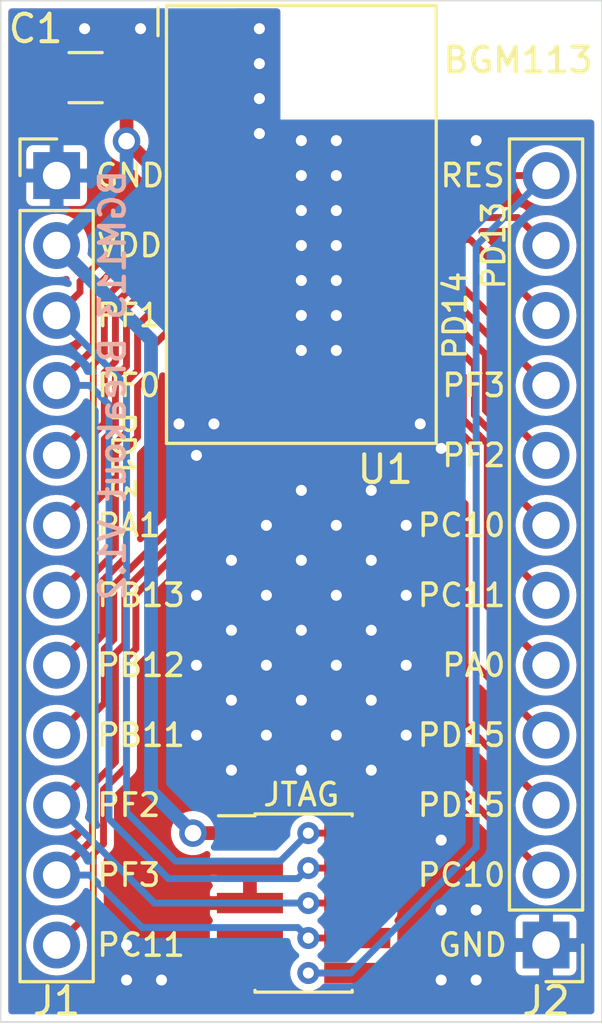
<source format=kicad_pcb>
(kicad_pcb (version 20171130) (host pcbnew "(5.1.2-1)-1")

  (general
    (thickness 1.6)
    (drawings 30)
    (tracks 251)
    (zones 0)
    (modules 5)
    (nets 24)
  )

  (page USLetter)
  (title_block
    (title BlueGeckoBreakout)
    (date 2019-05-09)
    (rev 1)
  )

  (layers
    (0 F.Cu signal)
    (31 B.Cu signal)
    (35 F.Paste user)
    (36 B.SilkS user)
    (37 F.SilkS user)
    (38 B.Mask user)
    (39 F.Mask user)
    (44 Edge.Cuts user)
    (45 Margin user)
    (46 B.CrtYd user)
    (47 F.CrtYd user)
    (49 F.Fab user hide)
  )

  (setup
    (last_trace_width 0.25)
    (trace_clearance 0.1524)
    (zone_clearance 0.254)
    (zone_45_only no)
    (trace_min 0.1524)
    (via_size 0.8)
    (via_drill 0.4)
    (via_min_size 0.6)
    (via_min_drill 0.3)
    (uvia_size 0.3)
    (uvia_drill 0.1)
    (uvias_allowed no)
    (uvia_min_size 0.2)
    (uvia_min_drill 0.1)
    (edge_width 0.05)
    (segment_width 0.2)
    (pcb_text_width 0.3)
    (pcb_text_size 1.5 1.5)
    (mod_edge_width 0.16)
    (mod_text_size 0.9 0.9)
    (mod_text_width 0.16)
    (pad_size 1.524 1.524)
    (pad_drill 0.762)
    (pad_to_mask_clearance 0.0508)
    (solder_mask_min_width 0.0508)
    (aux_axis_origin 0 0)
    (visible_elements 7FFFFFFF)
    (pcbplotparams
      (layerselection 0x010fc_ffffffff)
      (usegerberextensions false)
      (usegerberattributes false)
      (usegerberadvancedattributes false)
      (creategerberjobfile false)
      (excludeedgelayer true)
      (linewidth 0.100000)
      (plotframeref false)
      (viasonmask false)
      (mode 1)
      (useauxorigin false)
      (hpglpennumber 1)
      (hpglpenspeed 20)
      (hpglpendiameter 15.000000)
      (psnegative false)
      (psa4output false)
      (plotreference true)
      (plotvalue true)
      (plotinvisibletext false)
      (padsonsilk false)
      (subtractmaskfromsilk false)
      (outputformat 1)
      (mirror false)
      (drillshape 0)
      (scaleselection 1)
      (outputdirectory "Gerber/"))
  )

  (net 0 "")
  (net 1 "Net-(J1-Pad5)")
  (net 2 "Net-(J1-Pad6)")
  (net 3 "Net-(J1-Pad7)")
  (net 4 "Net-(J1-Pad8)")
  (net 5 "Net-(J1-Pad9)")
  (net 6 "Net-(J1-Pad12)")
  (net 7 "Net-(J2-Pad12)")
  (net 8 "Net-(J2-Pad11)")
  (net 9 "Net-(J2-Pad10)")
  (net 10 "Net-(J2-Pad9)")
  (net 11 "Net-(J2-Pad8)")
  (net 12 "Net-(J2-Pad7)")
  (net 13 "Net-(J2-Pad6)")
  (net 14 "Net-(J2-Pad5)")
  (net 15 "Net-(J2-Pad4)")
  (net 16 "Net-(J2-Pad3)")
  (net 17 "Net-(J2-Pad2)")
  (net 18 GND)
  (net 19 VDD)
  (net 20 PF1)
  (net 21 PF0)
  (net 22 PF2)
  (net 23 PF3)

  (net_class Default "This is the default net class."
    (clearance 0.1524)
    (trace_width 0.25)
    (via_dia 0.8)
    (via_drill 0.4)
    (uvia_dia 0.3)
    (uvia_drill 0.1)
    (add_net GND)
    (add_net "Net-(J1-Pad12)")
    (add_net "Net-(J1-Pad5)")
    (add_net "Net-(J1-Pad6)")
    (add_net "Net-(J1-Pad7)")
    (add_net "Net-(J1-Pad8)")
    (add_net "Net-(J1-Pad9)")
    (add_net "Net-(J2-Pad10)")
    (add_net "Net-(J2-Pad11)")
    (add_net "Net-(J2-Pad12)")
    (add_net "Net-(J2-Pad2)")
    (add_net "Net-(J2-Pad3)")
    (add_net "Net-(J2-Pad4)")
    (add_net "Net-(J2-Pad5)")
    (add_net "Net-(J2-Pad6)")
    (add_net "Net-(J2-Pad7)")
    (add_net "Net-(J2-Pad8)")
    (add_net "Net-(J2-Pad9)")
    (add_net PF0)
    (add_net PF1)
    (add_net PF2)
    (add_net PF3)
  )

  (net_class VDD ""
    (clearance 0.3)
    (trace_width 0.5)
    (via_dia 1)
    (via_drill 0.6)
    (uvia_dia 0.3)
    (uvia_drill 0.1)
    (add_net VDD)
  )

  (module BGM113Breakout:BGM113 (layer F.Cu) (tedit 5D1D5399) (tstamp 5CD6B6E9)
    (at 140.97 95.504)
    (path /5CD9A2C8)
    (attr smd)
    (fp_text reference U1 (at 3.048 9.144) (layer F.SilkS)
      (effects (font (size 1 1) (thickness 0.15)))
    )
    (fp_text value BGM113 (at 7.874 -5.715 180) (layer F.SilkS)
      (effects (font (size 0.9 0.9) (thickness 0.15)))
    )
    (fp_line (start -5.207 -7.62) (end -5.207 -6.604) (layer F.SilkS) (width 0.12))
    (fp_line (start -4.8895 8.1915) (end -4.8895 -7.6835) (layer F.CrtYd) (width 0.12))
    (fp_line (start 4.8895 8.1915) (end -4.8895 8.1915) (layer F.CrtYd) (width 0.12))
    (fp_line (start 4.8895 -7.6835) (end 4.8895 8.1915) (layer F.CrtYd) (width 0.12))
    (fp_line (start -4.8895 -7.6835) (end 4.8895 -7.6835) (layer F.CrtYd) (width 0.12))
    (fp_line (start 4.9 -7.7) (end -4.9 -7.7) (layer F.SilkS) (width 0.12))
    (fp_line (start 4.9 8.2) (end 4.9 -7.7) (layer F.SilkS) (width 0.12))
    (fp_line (start -4.9 8.2) (end 4.9 8.2) (layer F.SilkS) (width 0.12))
    (fp_line (start -4.9 -7.7) (end -4.9 8.2) (layer F.SilkS) (width 0.12))
    (pad 24 smd oval (at 2 6.95 90) (size 2 0.5) (layers F.Cu F.Paste F.Mask)
      (net 16 "Net-(J2-Pad3)") (clearance 0.1524))
    (pad 23 smd oval (at 1.2 6.95 90) (size 2 0.5) (layers F.Cu F.Paste F.Mask)
      (clearance 0.1524))
    (pad 22 smd oval (at 0.4 6.95 90) (size 2 0.5) (layers F.Cu F.Paste F.Mask)
      (net 17 "Net-(J2-Pad2)") (clearance 0.1524))
    (pad 21 smd oval (at -0.4 6.95 90) (size 2 0.5) (layers F.Cu F.Paste F.Mask)
      (net 6 "Net-(J1-Pad12)") (clearance 0.1524))
    (pad 20 smd oval (at -1.2 6.95 90) (size 2 0.5) (layers F.Cu F.Paste F.Mask)
      (net 23 PF3) (clearance 0.1524))
    (pad 19 smd oval (at -2 6.95 90) (size 2 0.5) (layers F.Cu F.Paste F.Mask)
      (net 22 PF2) (clearance 0.1524))
    (pad 36 smd oval (at 3.675 -2.4) (size 2 0.5) (layers F.Cu F.Paste F.Mask)
      (net 18 GND) (clearance 0.1524))
    (pad 35 smd oval (at 3.675 -1.6) (size 2 0.5) (layers F.Cu F.Paste F.Mask)
      (clearance 0.1524))
    (pad 28 smd oval (at 3.675 4) (size 2 0.5) (layers F.Cu F.Paste F.Mask)
      (net 13 "Net-(J2-Pad6)") (clearance 0.1524))
    (pad 26 smd oval (at 3.675 5.6) (size 2 0.5) (layers F.Cu F.Paste F.Mask)
      (net 15 "Net-(J2-Pad4)") (clearance 0.1524))
    (pad 31 smd oval (at 3.675 1.6) (size 2 0.5) (layers F.Cu F.Paste F.Mask)
      (net 10 "Net-(J2-Pad9)") (clearance 0.1524))
    (pad 29 smd oval (at 3.675 3.2) (size 2 0.5) (layers F.Cu F.Paste F.Mask)
      (net 12 "Net-(J2-Pad7)") (clearance 0.1524))
    (pad 30 smd oval (at 3.675 2.4) (size 2 0.5) (layers F.Cu F.Paste F.Mask)
      (net 11 "Net-(J2-Pad8)") (clearance 0.1524))
    (pad 25 smd oval (at 3.675 6.4) (size 2 0.5) (layers F.Cu F.Paste F.Mask)
      (net 18 GND) (clearance 0.1524))
    (pad 34 smd oval (at 3.675 -0.8) (size 2 0.5) (layers F.Cu F.Paste F.Mask)
      (net 7 "Net-(J2-Pad12)") (clearance 0.1524))
    (pad 27 smd oval (at 3.675 4.8) (size 2 0.5) (layers F.Cu F.Paste F.Mask)
      (net 14 "Net-(J2-Pad5)") (clearance 0.1524))
    (pad 33 smd oval (at 3.675 0) (size 2 0.5) (layers F.Cu F.Paste F.Mask)
      (net 8 "Net-(J2-Pad11)") (clearance 0.1524))
    (pad 32 smd oval (at 3.675 0.8) (size 2 0.5) (layers F.Cu F.Paste F.Mask)
      (net 9 "Net-(J2-Pad10)") (clearance 0.1524))
    (pad 18 smd oval (at -3.675 6.4) (size 2 0.5) (layers F.Cu F.Paste F.Mask)
      (net 18 GND) (clearance 0.1524))
    (pad 17 smd oval (at -3.675 5.6) (size 2 0.5) (layers F.Cu F.Paste F.Mask)
      (net 19 VDD) (clearance 0.1524))
    (pad 16 smd oval (at -3.675 4.8) (size 2 0.5) (layers F.Cu F.Paste F.Mask)
      (clearance 0.1524))
    (pad 15 smd oval (at -3.675 4) (size 2 0.5) (layers F.Cu F.Paste F.Mask)
      (net 5 "Net-(J1-Pad9)") (clearance 0.1524))
    (pad 14 smd oval (at -3.675 3.2) (size 2 0.5) (layers F.Cu F.Paste F.Mask)
      (net 4 "Net-(J1-Pad8)") (clearance 0.1524))
    (pad 13 smd oval (at -3.675 2.4) (size 2 0.5) (layers F.Cu F.Paste F.Mask)
      (net 3 "Net-(J1-Pad7)") (clearance 0.1524))
    (pad 12 smd oval (at -3.675 1.6) (size 2 0.5) (layers F.Cu F.Paste F.Mask)
      (net 2 "Net-(J1-Pad6)") (clearance 0.1524))
    (pad 11 smd oval (at -3.675 0.8) (size 2 0.5) (layers F.Cu F.Paste F.Mask)
      (net 1 "Net-(J1-Pad5)") (clearance 0.1524))
    (pad 10 smd oval (at -3.675 0) (size 2 0.5) (layers F.Cu F.Paste F.Mask)
      (net 21 PF0) (clearance 0.1524))
    (pad 9 smd oval (at -3.675 -0.8) (size 2 0.5) (layers F.Cu F.Paste F.Mask)
      (net 20 PF1) (clearance 0.1524))
    (pad 8 smd oval (at -3.675 -1.6) (size 2 0.5) (layers F.Cu F.Paste F.Mask)
      (net 19 VDD) (clearance 0.1524))
    (pad 7 smd oval (at -3.675 -2.4) (size 2 0.5) (layers F.Cu F.Paste F.Mask)
      (net 18 GND) (clearance 0.1524))
    (pad 6 smd oval (at -3.675 -3.2) (size 2 0.5) (layers F.Cu F.Paste F.Mask)
      (net 18 GND) (clearance 0.1524))
    (pad 5 smd oval (at -3.675 -4) (size 2 0.5) (layers F.Cu F.Paste F.Mask)
      (net 18 GND) (clearance 0.1524))
    (pad 4 smd oval (at -3.675 -4.8) (size 2 0.5) (layers F.Cu F.Paste F.Mask)
      (net 18 GND) (clearance 0.1524))
    (pad 3 smd oval (at -3.675 -5.6) (size 2 0.5) (layers F.Cu F.Paste F.Mask)
      (net 18 GND) (clearance 0.1524))
    (pad 2 smd oval (at -3.675 -6.4) (size 2 0.5) (layers F.Cu F.Paste F.Mask)
      (net 18 GND) (clearance 0.1524))
    (pad 1 smd oval (at -3.675 -7.2) (size 2 0.5) (layers F.Cu F.Paste F.Mask)
      (net 18 GND) (clearance 0.1524))
    (model "${KIPRJMOD}/User Library-BGM113.step"
      (at (xyz 0 0 0))
      (scale (xyz 1 1 1))
      (rotate (xyz -90 0 0))
    )
  )

  (module Connector_PinHeader_1.27mm:PinHeader_2x05_P1.27mm_Vertical_SMD (layer F.Cu) (tedit 59FED6E3) (tstamp 5CF0AA9D)
    (at 141.052 120.396)
    (descr "surface-mounted straight pin header, 2x05, 1.27mm pitch, double rows")
    (tags "Surface mounted pin header SMD 2x05 1.27mm double row")
    (path /5CF08FDE)
    (attr smd)
    (fp_text reference J3 (at -4.146 3.302) (layer F.SilkS) hide
      (effects (font (size 1 1) (thickness 0.15)))
    )
    (fp_text value Conn_ARM_JTAG_SWD_10 (at 0 4.235) (layer F.Fab) hide
      (effects (font (size 1 1) (thickness 0.15)))
    )
    (fp_text user %R (at -2.368 -4.826 180) (layer F.Fab) hide
      (effects (font (size 1 1) (thickness 0.15)))
    )
    (fp_line (start 4.3 -3.7) (end -4.3 -3.7) (layer F.CrtYd) (width 0.05))
    (fp_line (start 4.3 3.7) (end 4.3 -3.7) (layer F.CrtYd) (width 0.05))
    (fp_line (start -4.3 3.7) (end 4.3 3.7) (layer F.CrtYd) (width 0.05))
    (fp_line (start -4.3 -3.7) (end -4.3 3.7) (layer F.CrtYd) (width 0.05))
    (fp_line (start 1.765 3.17) (end 1.765 3.235) (layer F.SilkS) (width 0.12))
    (fp_line (start -1.765 3.17) (end -1.765 3.235) (layer F.SilkS) (width 0.12))
    (fp_line (start 1.765 -3.235) (end 1.765 -3.17) (layer F.SilkS) (width 0.12))
    (fp_line (start -1.765 -3.235) (end -1.765 -3.17) (layer F.SilkS) (width 0.12))
    (fp_line (start -3.09 -3.17) (end -1.765 -3.17) (layer F.SilkS) (width 0.12))
    (fp_line (start -1.765 3.235) (end 1.765 3.235) (layer F.SilkS) (width 0.12))
    (fp_line (start -1.765 -3.235) (end 1.765 -3.235) (layer F.SilkS) (width 0.12))
    (fp_line (start 2.75 2.74) (end 1.705 2.74) (layer F.Fab) (width 0.1))
    (fp_line (start 2.75 2.34) (end 2.75 2.74) (layer F.Fab) (width 0.1))
    (fp_line (start 1.705 2.34) (end 2.75 2.34) (layer F.Fab) (width 0.1))
    (fp_line (start -2.75 2.74) (end -1.705 2.74) (layer F.Fab) (width 0.1))
    (fp_line (start -2.75 2.34) (end -2.75 2.74) (layer F.Fab) (width 0.1))
    (fp_line (start -1.705 2.34) (end -2.75 2.34) (layer F.Fab) (width 0.1))
    (fp_line (start 2.75 1.47) (end 1.705 1.47) (layer F.Fab) (width 0.1))
    (fp_line (start 2.75 1.07) (end 2.75 1.47) (layer F.Fab) (width 0.1))
    (fp_line (start 1.705 1.07) (end 2.75 1.07) (layer F.Fab) (width 0.1))
    (fp_line (start -2.75 1.47) (end -1.705 1.47) (layer F.Fab) (width 0.1))
    (fp_line (start -2.75 1.07) (end -2.75 1.47) (layer F.Fab) (width 0.1))
    (fp_line (start -1.705 1.07) (end -2.75 1.07) (layer F.Fab) (width 0.1))
    (fp_line (start 2.75 0.2) (end 1.705 0.2) (layer F.Fab) (width 0.1))
    (fp_line (start 2.75 -0.2) (end 2.75 0.2) (layer F.Fab) (width 0.1))
    (fp_line (start 1.705 -0.2) (end 2.75 -0.2) (layer F.Fab) (width 0.1))
    (fp_line (start -2.75 0.2) (end -1.705 0.2) (layer F.Fab) (width 0.1))
    (fp_line (start -2.75 -0.2) (end -2.75 0.2) (layer F.Fab) (width 0.1))
    (fp_line (start -1.705 -0.2) (end -2.75 -0.2) (layer F.Fab) (width 0.1))
    (fp_line (start 2.75 -1.07) (end 1.705 -1.07) (layer F.Fab) (width 0.1))
    (fp_line (start 2.75 -1.47) (end 2.75 -1.07) (layer F.Fab) (width 0.1))
    (fp_line (start 1.705 -1.47) (end 2.75 -1.47) (layer F.Fab) (width 0.1))
    (fp_line (start -2.75 -1.07) (end -1.705 -1.07) (layer F.Fab) (width 0.1))
    (fp_line (start -2.75 -1.47) (end -2.75 -1.07) (layer F.Fab) (width 0.1))
    (fp_line (start -1.705 -1.47) (end -2.75 -1.47) (layer F.Fab) (width 0.1))
    (fp_line (start 2.75 -2.34) (end 1.705 -2.34) (layer F.Fab) (width 0.1))
    (fp_line (start 2.75 -2.74) (end 2.75 -2.34) (layer F.Fab) (width 0.1))
    (fp_line (start 1.705 -2.74) (end 2.75 -2.74) (layer F.Fab) (width 0.1))
    (fp_line (start -2.75 -2.34) (end -1.705 -2.34) (layer F.Fab) (width 0.1))
    (fp_line (start -2.75 -2.74) (end -2.75 -2.34) (layer F.Fab) (width 0.1))
    (fp_line (start -1.705 -2.74) (end -2.75 -2.74) (layer F.Fab) (width 0.1))
    (fp_line (start 1.705 -3.175) (end 1.705 3.175) (layer F.Fab) (width 0.1))
    (fp_line (start -1.705 -2.74) (end -1.27 -3.175) (layer F.Fab) (width 0.1))
    (fp_line (start -1.705 3.175) (end -1.705 -2.74) (layer F.Fab) (width 0.1))
    (fp_line (start -1.27 -3.175) (end 1.705 -3.175) (layer F.Fab) (width 0.1))
    (fp_line (start 1.705 3.175) (end -1.705 3.175) (layer F.Fab) (width 0.1))
    (pad 10 smd rect (at 1.95 2.54) (size 2.4 0.74) (layers F.Cu F.Paste F.Mask)
      (net 7 "Net-(J2-Pad12)"))
    (pad 9 smd rect (at -1.95 2.54) (size 2.4 0.74) (layers F.Cu F.Paste F.Mask)
      (net 18 GND))
    (pad 8 smd rect (at 1.95 1.27) (size 2.4 0.74) (layers F.Cu F.Paste F.Mask)
      (net 23 PF3))
    (pad 7 smd rect (at -1.95 1.27) (size 2.4 0.74) (layers F.Cu F.Paste F.Mask))
    (pad 6 smd rect (at 1.95 0) (size 2.4 0.74) (layers F.Cu F.Paste F.Mask)
      (net 22 PF2))
    (pad 5 smd rect (at -1.95 0) (size 2.4 0.74) (layers F.Cu F.Paste F.Mask)
      (net 18 GND))
    (pad 4 smd rect (at 1.95 -1.27) (size 2.4 0.74) (layers F.Cu F.Paste F.Mask)
      (net 21 PF0))
    (pad 3 smd rect (at -1.95 -1.27) (size 2.4 0.74) (layers F.Cu F.Paste F.Mask)
      (net 18 GND))
    (pad 2 smd rect (at 1.95 -2.54) (size 2.4 0.74) (layers F.Cu F.Paste F.Mask)
      (net 20 PF1))
    (pad 1 smd rect (at -1.95 -2.54) (size 2.4 0.74) (layers F.Cu F.Paste F.Mask)
      (net 19 VDD))
    (model ${KISYS3DMOD}/Connector_PinHeader_1.27mm.3dshapes/PinHeader_2x05_P1.27mm_Vertical_SMD.wrl
      (at (xyz 0 0 0))
      (scale (xyz 1 1 1))
      (rotate (xyz 0 0 0))
    )
  )

  (module Capacitor_SMD:C_1206_3216Metric_Pad1.42x1.75mm_HandSolder (layer F.Cu) (tedit 5B301BBE) (tstamp 5CF0A9C6)
    (at 133.1325 90.424 180)
    (descr "Capacitor SMD 1206 (3216 Metric), square (rectangular) end terminal, IPC_7351 nominal with elongated pad for handsoldering. (Body size source: http://www.tortai-tech.com/upload/download/2011102023233369053.pdf), generated with kicad-footprint-generator")
    (tags "capacitor handsolder")
    (path /5CD43639)
    (attr smd)
    (fp_text reference C1 (at 1.8145 1.778) (layer F.SilkS)
      (effects (font (size 1 1) (thickness 0.15)))
    )
    (fp_text value 10uf (at 3.3385 -0.762) (layer F.Fab) hide
      (effects (font (size 1 1) (thickness 0.15)))
    )
    (fp_text user %R (at 0 0) (layer F.Fab)
      (effects (font (size 0.8 0.8) (thickness 0.12)))
    )
    (fp_line (start 2.45 1.12) (end -2.45 1.12) (layer F.CrtYd) (width 0.05))
    (fp_line (start 2.45 -1.12) (end 2.45 1.12) (layer F.CrtYd) (width 0.05))
    (fp_line (start -2.45 -1.12) (end 2.45 -1.12) (layer F.CrtYd) (width 0.05))
    (fp_line (start -2.45 1.12) (end -2.45 -1.12) (layer F.CrtYd) (width 0.05))
    (fp_line (start -0.602064 0.91) (end 0.602064 0.91) (layer F.SilkS) (width 0.12))
    (fp_line (start -0.602064 -0.91) (end 0.602064 -0.91) (layer F.SilkS) (width 0.12))
    (fp_line (start 1.6 0.8) (end -1.6 0.8) (layer F.Fab) (width 0.1))
    (fp_line (start 1.6 -0.8) (end 1.6 0.8) (layer F.Fab) (width 0.1))
    (fp_line (start -1.6 -0.8) (end 1.6 -0.8) (layer F.Fab) (width 0.1))
    (fp_line (start -1.6 0.8) (end -1.6 -0.8) (layer F.Fab) (width 0.1))
    (pad 2 smd roundrect (at 1.4875 0 180) (size 1.425 1.75) (layers F.Cu F.Paste F.Mask) (roundrect_rratio 0.175439)
      (net 18 GND))
    (pad 1 smd roundrect (at -1.4875 0 180) (size 1.425 1.75) (layers F.Cu F.Paste F.Mask) (roundrect_rratio 0.175439)
      (net 19 VDD))
    (model ${KISYS3DMOD}/Capacitor_SMD.3dshapes/C_1206_3216Metric.wrl
      (at (xyz 0 0 0))
      (scale (xyz 1 1 1))
      (rotate (xyz 0 0 0))
    )
  )

  (module Connector_PinHeader_2.54mm:PinHeader_1x12_P2.54mm_Vertical (layer F.Cu) (tedit 59FED5CC) (tstamp 5CF0B8A7)
    (at 132.08 93.98)
    (descr "Through hole straight pin header, 1x12, 2.54mm pitch, single row")
    (tags "Through hole pin header THT 1x12 2.54mm single row")
    (path /5CD2D70B)
    (fp_text reference J1 (at 0 29.972) (layer F.SilkS)
      (effects (font (size 1 1) (thickness 0.15)))
    )
    (fp_text value Conn_01x12_Male (at 0 30.27) (layer F.Fab) hide
      (effects (font (size 1 1) (thickness 0.15)))
    )
    (fp_line (start -0.635 -1.27) (end 1.27 -1.27) (layer F.Fab) (width 0.1))
    (fp_line (start 1.27 -1.27) (end 1.27 29.21) (layer F.Fab) (width 0.1))
    (fp_line (start 1.27 29.21) (end -1.27 29.21) (layer F.Fab) (width 0.1))
    (fp_line (start -1.27 29.21) (end -1.27 -0.635) (layer F.Fab) (width 0.1))
    (fp_line (start -1.27 -0.635) (end -0.635 -1.27) (layer F.Fab) (width 0.1))
    (fp_line (start -1.33 29.27) (end 1.33 29.27) (layer F.SilkS) (width 0.12))
    (fp_line (start -1.33 1.27) (end -1.33 29.27) (layer F.SilkS) (width 0.12))
    (fp_line (start 1.33 1.27) (end 1.33 29.27) (layer F.SilkS) (width 0.12))
    (fp_line (start -1.33 1.27) (end 1.33 1.27) (layer F.SilkS) (width 0.12))
    (fp_line (start -1.33 0) (end -1.33 -1.33) (layer F.SilkS) (width 0.12))
    (fp_line (start -1.33 -1.33) (end 0 -1.33) (layer F.SilkS) (width 0.12))
    (fp_line (start -1.8 -1.8) (end -1.8 29.75) (layer F.CrtYd) (width 0.05))
    (fp_line (start -1.8 29.75) (end 1.8 29.75) (layer F.CrtYd) (width 0.05))
    (fp_line (start 1.8 29.75) (end 1.8 -1.8) (layer F.CrtYd) (width 0.05))
    (fp_line (start 1.8 -1.8) (end -1.8 -1.8) (layer F.CrtYd) (width 0.05))
    (fp_text user %R (at 0 13.97 90) (layer F.Fab)
      (effects (font (size 1 1) (thickness 0.15)))
    )
    (pad 1 thru_hole rect (at 0 0) (size 1.7 1.7) (drill 1) (layers *.Cu *.Mask)
      (net 18 GND))
    (pad 2 thru_hole oval (at 0 2.54) (size 1.7 1.7) (drill 1) (layers *.Cu *.Mask)
      (net 19 VDD))
    (pad 3 thru_hole oval (at 0 5.08) (size 1.7 1.7) (drill 1) (layers *.Cu *.Mask)
      (net 20 PF1))
    (pad 4 thru_hole oval (at 0 7.62) (size 1.7 1.7) (drill 1) (layers *.Cu *.Mask)
      (net 21 PF0))
    (pad 5 thru_hole oval (at 0 10.16) (size 1.7 1.7) (drill 1) (layers *.Cu *.Mask)
      (net 1 "Net-(J1-Pad5)"))
    (pad 6 thru_hole oval (at 0 12.7) (size 1.7 1.7) (drill 1) (layers *.Cu *.Mask)
      (net 2 "Net-(J1-Pad6)"))
    (pad 7 thru_hole oval (at 0 15.24) (size 1.7 1.7) (drill 1) (layers *.Cu *.Mask)
      (net 3 "Net-(J1-Pad7)"))
    (pad 8 thru_hole oval (at 0 17.78) (size 1.7 1.7) (drill 1) (layers *.Cu *.Mask)
      (net 4 "Net-(J1-Pad8)"))
    (pad 9 thru_hole oval (at 0 20.32) (size 1.7 1.7) (drill 1) (layers *.Cu *.Mask)
      (net 5 "Net-(J1-Pad9)"))
    (pad 10 thru_hole oval (at 0 22.86) (size 1.7 1.7) (drill 1) (layers *.Cu *.Mask)
      (net 22 PF2))
    (pad 11 thru_hole oval (at 0 25.4) (size 1.7 1.7) (drill 1) (layers *.Cu *.Mask)
      (net 23 PF3))
    (pad 12 thru_hole oval (at 0 27.94) (size 1.7 1.7) (drill 1) (layers *.Cu *.Mask)
      (net 6 "Net-(J1-Pad12)"))
    (model ${KISYS3DMOD}/Connector_PinHeader_2.54mm.3dshapes/PinHeader_1x12_P2.54mm_Vertical.wrl
      (offset (xyz 0 0 -2))
      (scale (xyz 1 1 1))
      (rotate (xyz 0 -180 0))
    )
  )

  (module Connector_PinHeader_2.54mm:PinHeader_1x12_P2.54mm_Vertical (layer F.Cu) (tedit 59FED5CC) (tstamp 5CF0A49C)
    (at 149.86 121.92 180)
    (descr "Through hole straight pin header, 1x12, 2.54mm pitch, single row")
    (tags "Through hole pin header THT 1x12 2.54mm single row")
    (path /5CD2E422)
    (fp_text reference J2 (at 0 -2.032) (layer F.SilkS)
      (effects (font (size 1 1) (thickness 0.15)))
    )
    (fp_text value Conn_01x12_Male (at -10.16 30.27) (layer F.Fab) hide
      (effects (font (size 1 1) (thickness 0.15)))
    )
    (fp_text user %R (at 0 13.97 90) (layer F.Fab)
      (effects (font (size 1 1) (thickness 0.15)))
    )
    (fp_line (start 1.8 -1.8) (end -1.8 -1.8) (layer F.CrtYd) (width 0.05))
    (fp_line (start 1.8 29.75) (end 1.8 -1.8) (layer F.CrtYd) (width 0.05))
    (fp_line (start -1.8 29.75) (end 1.8 29.75) (layer F.CrtYd) (width 0.05))
    (fp_line (start -1.8 -1.8) (end -1.8 29.75) (layer F.CrtYd) (width 0.05))
    (fp_line (start -1.33 -1.33) (end 0 -1.33) (layer F.SilkS) (width 0.12))
    (fp_line (start -1.33 0) (end -1.33 -1.33) (layer F.SilkS) (width 0.12))
    (fp_line (start -1.33 1.27) (end 1.33 1.27) (layer F.SilkS) (width 0.12))
    (fp_line (start 1.33 1.27) (end 1.33 29.27) (layer F.SilkS) (width 0.12))
    (fp_line (start -1.33 1.27) (end -1.33 29.27) (layer F.SilkS) (width 0.12))
    (fp_line (start -1.33 29.27) (end 1.33 29.27) (layer F.SilkS) (width 0.12))
    (fp_line (start -1.27 -0.635) (end -0.635 -1.27) (layer F.Fab) (width 0.1))
    (fp_line (start -1.27 29.21) (end -1.27 -0.635) (layer F.Fab) (width 0.1))
    (fp_line (start 1.27 29.21) (end -1.27 29.21) (layer F.Fab) (width 0.1))
    (fp_line (start 1.27 -1.27) (end 1.27 29.21) (layer F.Fab) (width 0.1))
    (fp_line (start -0.635 -1.27) (end 1.27 -1.27) (layer F.Fab) (width 0.1))
    (pad 12 thru_hole oval (at 0 27.94 180) (size 1.7 1.7) (drill 1) (layers *.Cu *.Mask)
      (net 7 "Net-(J2-Pad12)"))
    (pad 11 thru_hole oval (at 0 25.4 180) (size 1.7 1.7) (drill 1) (layers *.Cu *.Mask)
      (net 8 "Net-(J2-Pad11)"))
    (pad 10 thru_hole oval (at 0 22.86 180) (size 1.7 1.7) (drill 1) (layers *.Cu *.Mask)
      (net 9 "Net-(J2-Pad10)"))
    (pad 9 thru_hole oval (at 0 20.32 180) (size 1.7 1.7) (drill 1) (layers *.Cu *.Mask)
      (net 10 "Net-(J2-Pad9)"))
    (pad 8 thru_hole oval (at 0 17.78 180) (size 1.7 1.7) (drill 1) (layers *.Cu *.Mask)
      (net 11 "Net-(J2-Pad8)"))
    (pad 7 thru_hole oval (at 0 15.24 180) (size 1.7 1.7) (drill 1) (layers *.Cu *.Mask)
      (net 12 "Net-(J2-Pad7)"))
    (pad 6 thru_hole oval (at 0 12.7 180) (size 1.7 1.7) (drill 1) (layers *.Cu *.Mask)
      (net 13 "Net-(J2-Pad6)"))
    (pad 5 thru_hole oval (at 0 10.16 180) (size 1.7 1.7) (drill 1) (layers *.Cu *.Mask)
      (net 14 "Net-(J2-Pad5)"))
    (pad 4 thru_hole oval (at 0 7.62 180) (size 1.7 1.7) (drill 1) (layers *.Cu *.Mask)
      (net 15 "Net-(J2-Pad4)"))
    (pad 3 thru_hole oval (at 0 5.08 180) (size 1.7 1.7) (drill 1) (layers *.Cu *.Mask)
      (net 16 "Net-(J2-Pad3)"))
    (pad 2 thru_hole oval (at 0 2.54 180) (size 1.7 1.7) (drill 1) (layers *.Cu *.Mask)
      (net 17 "Net-(J2-Pad2)"))
    (pad 1 thru_hole rect (at 0 0 180) (size 1.7 1.7) (drill 1) (layers *.Cu *.Mask)
      (net 18 GND))
    (model ${KISYS3DMOD}/Connector_PinHeader_2.54mm.3dshapes/PinHeader_1x12_P2.54mm_Vertical.wrl
      (offset (xyz 0 0 -2))
      (scale (xyz 1 1 1))
      (rotate (xyz 0 -180 0))
    )
  )

  (gr_text "BGM113 Breakout V1.2" (at 134.112 101.6 90) (layer B.SilkS)
    (effects (font (size 0.9 0.9) (thickness 0.16)) (justify mirror))
  )
  (gr_text JTAG (at 140.97 116.459) (layer F.SilkS)
    (effects (font (size 0.813 0.813) (thickness 0.127)))
  )
  (gr_text PC10 (at 148.463 106.68) (layer F.SilkS) (tstamp 5CF0B933)
    (effects (font (size 0.813 0.813) (thickness 0.127)) (justify right))
  )
  (gr_text RES (at 147.193 93.98) (layer F.SilkS) (tstamp 5CF0B933)
    (effects (font (size 0.813 0.813) (thickness 0.127)))
  )
  (gr_text PD13 (at 147.955 96.52 90) (layer F.SilkS) (tstamp 5D1BCF35)
    (effects (font (size 0.813 0.813) (thickness 0.127)))
  )
  (gr_text PD14 (at 146.558 99.06 90) (layer F.SilkS) (tstamp 5CF0B933)
    (effects (font (size 0.813 0.813) (thickness 0.127)))
  )
  (gr_text PF3 (at 148.463 101.6) (layer F.SilkS) (tstamp 5CF0C658)
    (effects (font (size 0.813 0.813) (thickness 0.127)) (justify right))
  )
  (gr_text PF2 (at 148.463 104.14) (layer F.SilkS) (tstamp 5CF0B933)
    (effects (font (size 0.813 0.813) (thickness 0.127)) (justify right))
  )
  (gr_text PC11 (at 148.463 109.22) (layer F.SilkS) (tstamp 5CF0B933)
    (effects (font (size 0.813 0.813) (thickness 0.127)) (justify right))
  )
  (gr_text PA0 (at 148.463 111.76) (layer F.SilkS) (tstamp 5CF0B933)
    (effects (font (size 0.813 0.813) (thickness 0.127)) (justify right))
  )
  (gr_text PD15 (at 148.463 114.3) (layer F.SilkS) (tstamp 5CF0B933)
    (effects (font (size 0.813 0.813) (thickness 0.127)) (justify right))
  )
  (gr_text PD15 (at 148.463 116.84) (layer F.SilkS) (tstamp 5CF0C648)
    (effects (font (size 0.813 0.813) (thickness 0.127)) (justify right))
  )
  (gr_text PC10 (at 148.463 119.38) (layer F.SilkS) (tstamp 5CF0B933)
    (effects (font (size 0.813 0.813) (thickness 0.127)) (justify right))
  )
  (gr_text GND (at 147.193 121.92) (layer F.SilkS) (tstamp 5CF0B928)
    (effects (font (size 0.813 0.813) (thickness 0.127)))
  )
  (gr_line (start 130.048 124.714) (end 130.048 87.63) (layer Edge.Cuts) (width 0.05) (tstamp 5CF0AF90))
  (gr_line (start 151.892 124.714) (end 130.048 124.714) (layer Edge.Cuts) (width 0.05))
  (gr_line (start 151.892 87.63) (end 151.892 124.714) (layer Edge.Cuts) (width 0.05))
  (gr_line (start 130.048 87.63) (end 151.892 87.63) (layer Edge.Cuts) (width 0.05))
  (gr_text PC11 (at 133.477 121.92) (layer F.SilkS) (tstamp 5CF0AD73)
    (effects (font (size 0.813 0.813) (thickness 0.127)) (justify left))
  )
  (gr_text PF3 (at 133.477 119.38) (layer F.SilkS) (tstamp 5CF0AD73)
    (effects (font (size 0.813 0.813) (thickness 0.127)) (justify left))
  )
  (gr_text PF2 (at 133.477 116.84) (layer F.SilkS) (tstamp 5CF0AD73)
    (effects (font (size 0.813 0.813) (thickness 0.127)) (justify left))
  )
  (gr_text PB11 (at 133.477 114.3) (layer F.SilkS) (tstamp 5CF0BD45)
    (effects (font (size 0.813 0.813) (thickness 0.127)) (justify left))
  )
  (gr_text PB12 (at 133.477 111.76) (layer F.SilkS) (tstamp 5CF0AD73)
    (effects (font (size 0.813 0.813) (thickness 0.127)) (justify left))
  )
  (gr_text PA1 (at 133.477 106.68) (layer F.SilkS) (tstamp 5CF0BD9B)
    (effects (font (size 0.813 0.813) (thickness 0.127)) (justify left))
  )
  (gr_text PB13 (at 133.477 109.22) (layer F.SilkS) (tstamp 5CF0AD73)
    (effects (font (size 0.813 0.813) (thickness 0.127)) (justify left))
  )
  (gr_text PD13 (at 134.493 102.489 270) (layer F.SilkS) (tstamp 5CF0AD73)
    (effects (font (size 0.813 0.813) (thickness 0.127)) (justify left))
  )
  (gr_text PF0 (at 133.477 101.6) (layer F.SilkS) (tstamp 5CF0AD73)
    (effects (font (size 0.813 0.813) (thickness 0.127)) (justify left))
  )
  (gr_text PF1 (at 133.477 99.06) (layer F.SilkS) (tstamp 5CF0A8F4)
    (effects (font (size 0.813 0.813) (thickness 0.127)) (justify left))
  )
  (gr_text VDD (at 134.747 96.52) (layer F.SilkS) (tstamp 5CF0AF8B)
    (effects (font (size 0.813 0.813) (thickness 0.127)))
  )
  (gr_text GND (at 134.747 93.98) (layer F.SilkS) (tstamp 5D1BC3E0)
    (effects (font (size 0.813 0.813) (thickness 0.127)))
  )

  (segment (start 133.813502 100.435591) (end 133.813502 98.464684) (width 0.25) (layer F.Cu) (net 1))
  (segment (start 135.974186 96.304) (end 137.295 96.304) (width 0.25) (layer F.Cu) (net 1) (status 20))
  (segment (start 133.813502 98.464684) (end 135.974186 96.304) (width 0.25) (layer F.Cu) (net 1))
  (segment (start 133.411092 100.838) (end 133.813502 100.435591) (width 0.25) (layer F.Cu) (net 1))
  (segment (start 132.08 104.14) (end 133.411092 102.808908) (width 0.25) (layer F.Cu) (net 1) (status 10))
  (segment (start 133.411092 102.808908) (end 133.411092 100.838) (width 0.25) (layer F.Cu) (net 1))
  (segment (start 134.215912 100.602274) (end 134.21591 100.602276) (width 0.25) (layer F.Cu) (net 2))
  (segment (start 134.215912 98.631366) (end 134.215912 100.602274) (width 0.25) (layer F.Cu) (net 2))
  (segment (start 137.295 97.104) (end 135.743279 97.104) (width 0.25) (layer F.Cu) (net 2) (status 10))
  (segment (start 134.295278 98.552) (end 134.215912 98.631366) (width 0.25) (layer F.Cu) (net 2))
  (segment (start 135.743279 97.104) (end 134.295278 98.552) (width 0.25) (layer F.Cu) (net 2))
  (segment (start 134.215912 100.602274) (end 134.215912 100.734088) (width 0.25) (layer F.Cu) (net 2))
  (segment (start 133.813502 102.975591) (end 133.411092 103.378) (width 0.25) (layer F.Cu) (net 2))
  (segment (start 134.215912 100.734088) (end 133.813502 101.136498) (width 0.25) (layer F.Cu) (net 2))
  (segment (start 133.813502 101.136498) (end 133.813502 102.975591) (width 0.25) (layer F.Cu) (net 2))
  (segment (start 133.411092 105.348908) (end 132.08 106.68) (width 0.25) (layer F.Cu) (net 2) (status 20))
  (segment (start 133.411092 103.378) (end 133.411092 105.348908) (width 0.25) (layer F.Cu) (net 2))
  (segment (start 133.411092 107.888908) (end 132.08 109.22) (width 0.25) (layer F.Cu) (net 3) (status 20))
  (segment (start 133.411092 105.918) (end 133.411092 107.888908) (width 0.25) (layer F.Cu) (net 3))
  (segment (start 133.813502 103.544684) (end 133.813502 105.515591) (width 0.25) (layer F.Cu) (net 3))
  (segment (start 135.522 97.904) (end 134.618322 98.807678) (width 0.25) (layer F.Cu) (net 3))
  (segment (start 137.295 97.904) (end 135.522 97.904) (width 0.25) (layer F.Cu) (net 3) (status 10))
  (segment (start 134.618322 98.807678) (end 134.618322 100.900771) (width 0.25) (layer F.Cu) (net 3))
  (segment (start 133.813502 105.515591) (end 133.411092 105.918) (width 0.25) (layer F.Cu) (net 3))
  (segment (start 134.618322 100.900771) (end 134.215912 101.303181) (width 0.25) (layer F.Cu) (net 3))
  (segment (start 134.215912 101.303181) (end 134.215912 103.142274) (width 0.25) (layer F.Cu) (net 3))
  (segment (start 134.215912 103.142274) (end 133.813502 103.544684) (width 0.25) (layer F.Cu) (net 3))
  (segment (start 135.020732 101.067454) (end 134.618322 101.469863) (width 0.25) (layer F.Cu) (net 4))
  (segment (start 134.618322 103.308957) (end 134.215912 103.711367) (width 0.25) (layer F.Cu) (net 4))
  (segment (start 134.618322 101.469863) (end 134.618322 103.308957) (width 0.25) (layer F.Cu) (net 4))
  (segment (start 134.215912 105.682274) (end 134.21591 105.682276) (width 0.25) (layer F.Cu) (net 4))
  (segment (start 134.215912 103.711367) (end 134.215912 105.682274) (width 0.25) (layer F.Cu) (net 4))
  (segment (start 134.21591 107.653182) (end 133.35 108.519092) (width 0.25) (layer F.Cu) (net 4))
  (segment (start 134.21591 105.682276) (end 134.21591 107.653182) (width 0.25) (layer F.Cu) (net 4))
  (segment (start 133.35 110.49) (end 132.08 111.76) (width 0.25) (layer F.Cu) (net 4) (status 20))
  (segment (start 133.35 108.519092) (end 133.35 110.49) (width 0.25) (layer F.Cu) (net 4))
  (segment (start 135.020732 101.067454) (end 135.020732 99.421268) (width 0.25) (layer F.Cu) (net 4))
  (segment (start 135.738 98.704) (end 137.295 98.704) (width 0.25) (layer F.Cu) (net 4))
  (segment (start 135.020732 99.421268) (end 135.738 98.704) (width 0.25) (layer F.Cu) (net 4))
  (segment (start 134.618322 107.819863) (end 133.75241 108.685775) (width 0.25) (layer F.Cu) (net 5))
  (segment (start 136.249142 99.504) (end 135.423142 100.33) (width 0.25) (layer F.Cu) (net 5))
  (segment (start 137.295 99.504) (end 136.249142 99.504) (width 0.25) (layer F.Cu) (net 5) (status 10))
  (segment (start 135.423142 101.234137) (end 135.020732 101.636547) (width 0.25) (layer F.Cu) (net 5))
  (segment (start 135.020732 101.636547) (end 135.020732 103.47564) (width 0.25) (layer F.Cu) (net 5))
  (segment (start 134.618322 103.87805) (end 134.618322 107.819863) (width 0.25) (layer F.Cu) (net 5))
  (segment (start 135.423142 100.33) (end 135.423142 101.234137) (width 0.25) (layer F.Cu) (net 5))
  (segment (start 135.020732 103.47564) (end 134.618322 103.87805) (width 0.25) (layer F.Cu) (net 5))
  (segment (start 133.75241 110.656683) (end 133.411092 110.998) (width 0.25) (layer F.Cu) (net 5))
  (segment (start 133.75241 108.685775) (end 133.75241 110.656683) (width 0.25) (layer F.Cu) (net 5))
  (segment (start 133.411092 112.968908) (end 132.08 114.3) (width 0.25) (layer F.Cu) (net 5) (status 20))
  (segment (start 133.411092 110.998) (end 133.411092 112.968908) (width 0.25) (layer F.Cu) (net 5))
  (segment (start 133.411092 120.588908) (end 132.08 121.92) (width 0.25) (layer F.Cu) (net 6) (status 20))
  (segment (start 133.411092 118.618) (end 133.411092 120.588908) (width 0.25) (layer F.Cu) (net 6))
  (segment (start 133.782956 118.246137) (end 133.411092 118.618) (width 0.25) (layer F.Cu) (net 6))
  (segment (start 134.95964 109.185821) (end 134.95964 111.156732) (width 0.25) (layer F.Cu) (net 6))
  (segment (start 140.57 103.575461) (end 134.95964 109.185821) (width 0.25) (layer F.Cu) (net 6))
  (segment (start 140.57 102.454) (end 140.57 103.575461) (width 0.25) (layer F.Cu) (net 6) (status 10))
  (segment (start 134.618322 111.49805) (end 134.618322 115.439862) (width 0.25) (layer F.Cu) (net 6))
  (segment (start 133.782956 116.275228) (end 133.782956 118.246137) (width 0.25) (layer F.Cu) (net 6))
  (segment (start 134.95964 111.156732) (end 134.618322 111.49805) (width 0.25) (layer F.Cu) (net 6))
  (segment (start 134.618322 115.439862) (end 133.782956 116.275228) (width 0.25) (layer F.Cu) (net 6))
  (segment (start 145.395 94.704) (end 146.119 93.98) (width 0.25) (layer F.Cu) (net 7) (status 10))
  (segment (start 144.645 94.704) (end 145.395 94.704) (width 0.25) (layer F.Cu) (net 7) (status 30))
  (segment (start 146.119 93.98) (end 149.86 93.98) (width 0.25) (layer F.Cu) (net 7) (status 20))
  (segment (start 149.86 93.98) (end 147.32 96.52) (width 0.25) (layer B.Cu) (net 7) (status 10))
  (segment (start 147.32 118.377446) (end 142.761446 122.936) (width 0.25) (layer B.Cu) (net 7))
  (segment (start 147.32 96.52) (end 147.32 118.377446) (width 0.25) (layer B.Cu) (net 7))
  (via (at 141.224 122.936) (size 0.8) (drill 0.4) (layers F.Cu B.Cu) (net 7))
  (segment (start 142.761446 122.936) (end 141.224 122.936) (width 0.25) (layer B.Cu) (net 7))
  (segment (start 141.224 122.936) (end 143.002 122.936) (width 0.25) (layer F.Cu) (net 7) (status 20))
  (segment (start 148.844 95.504) (end 149.86 96.52) (width 0.25) (layer F.Cu) (net 8) (status 20))
  (segment (start 144.645 95.504) (end 148.844 95.504) (width 0.25) (layer F.Cu) (net 8) (status 10))
  (segment (start 147.104 96.304) (end 149.86 99.06) (width 0.25) (layer F.Cu) (net 9) (status 20))
  (segment (start 144.645 96.304) (end 147.104 96.304) (width 0.25) (layer F.Cu) (net 9) (status 10))
  (segment (start 148.463 100.203) (end 149.86 101.6) (width 0.25) (layer F.Cu) (net 10) (status 20))
  (segment (start 145.895 97.104) (end 144.645 97.104) (width 0.25) (layer F.Cu) (net 10) (status 20))
  (segment (start 148.463 99.672) (end 145.895 97.104) (width 0.25) (layer F.Cu) (net 10))
  (segment (start 148.463 100.203) (end 148.463 99.672) (width 0.25) (layer F.Cu) (net 10))
  (segment (start 148.06059 102.34059) (end 149.86 104.14) (width 0.25) (layer F.Cu) (net 11) (status 20))
  (segment (start 145.895 97.904) (end 144.645 97.904) (width 0.25) (layer F.Cu) (net 11) (status 20))
  (segment (start 148.06059 100.06959) (end 145.895 97.904) (width 0.25) (layer F.Cu) (net 11))
  (segment (start 148.06059 102.34059) (end 148.06059 100.06959) (width 0.25) (layer F.Cu) (net 11))
  (segment (start 147.65818 102.507273) (end 148.528908 103.378) (width 0.25) (layer F.Cu) (net 12))
  (segment (start 148.528908 105.348908) (end 149.86 106.68) (width 0.25) (layer F.Cu) (net 12) (status 20))
  (segment (start 148.528908 103.378) (end 148.528908 105.348908) (width 0.25) (layer F.Cu) (net 12))
  (segment (start 145.895 98.704) (end 144.645 98.704) (width 0.25) (layer F.Cu) (net 12) (status 20))
  (segment (start 147.65818 100.46718) (end 145.895 98.704) (width 0.25) (layer F.Cu) (net 12))
  (segment (start 147.65818 102.507273) (end 147.65818 100.46718) (width 0.25) (layer F.Cu) (net 12))
  (segment (start 147.25577 102.673956) (end 148.126498 103.544684) (width 0.25) (layer F.Cu) (net 13))
  (segment (start 145.895 99.504) (end 144.645 99.504) (width 0.25) (layer F.Cu) (net 13) (status 20))
  (segment (start 147.25577 100.86477) (end 145.895 99.504) (width 0.25) (layer F.Cu) (net 13))
  (segment (start 147.25577 102.673956) (end 147.25577 100.86477) (width 0.25) (layer F.Cu) (net 13))
  (segment (start 149.010001 108.370001) (end 149.86 109.22) (width 0.25) (layer F.Cu) (net 13) (status 30))
  (segment (start 148.126496 107.486496) (end 149.010001 108.370001) (width 0.25) (layer F.Cu) (net 13) (status 20))
  (segment (start 148.126496 103.587504) (end 148.126496 107.486496) (width 0.25) (layer F.Cu) (net 13))
  (segment (start 148.126498 103.587502) (end 148.126496 103.587504) (width 0.25) (layer F.Cu) (net 13))
  (segment (start 148.126498 103.544684) (end 148.126498 103.587502) (width 0.25) (layer F.Cu) (net 13))
  (segment (start 145.895 100.304) (end 144.645 100.304) (width 0.25) (layer F.Cu) (net 14) (status 20))
  (segment (start 146.85336 101.26236) (end 145.895 100.304) (width 0.25) (layer F.Cu) (net 14))
  (segment (start 146.85336 102.840638) (end 146.85336 101.26236) (width 0.25) (layer F.Cu) (net 14))
  (segment (start 147.724088 103.711366) (end 146.85336 102.840638) (width 0.25) (layer F.Cu) (net 14))
  (segment (start 147.724088 109.624088) (end 149.86 111.76) (width 0.25) (layer F.Cu) (net 14) (status 20))
  (segment (start 147.724088 103.711366) (end 147.724088 109.624088) (width 0.25) (layer F.Cu) (net 14))
  (segment (start 145.895 101.104) (end 146.45095 101.65995) (width 0.25) (layer F.Cu) (net 15))
  (segment (start 146.45095 101.65995) (end 146.45095 103.007321) (width 0.25) (layer F.Cu) (net 15))
  (segment (start 146.45095 103.007321) (end 147.321678 103.878049) (width 0.25) (layer F.Cu) (net 15))
  (segment (start 144.645 101.104) (end 145.895 101.104) (width 0.25) (layer F.Cu) (net 15) (status 10))
  (segment (start 147.321678 111.761678) (end 149.86 114.3) (width 0.25) (layer F.Cu) (net 15) (status 20))
  (segment (start 147.321678 103.878049) (end 147.321678 111.761678) (width 0.25) (layer F.Cu) (net 15))
  (segment (start 143.47 102.454) (end 146.919268 105.903268) (width 0.25) (layer F.Cu) (net 16))
  (segment (start 142.97 102.454) (end 143.47 102.454) (width 0.25) (layer F.Cu) (net 16) (status 10))
  (segment (start 146.919268 113.899268) (end 149.86 116.84) (width 0.25) (layer F.Cu) (net 16) (status 20))
  (segment (start 146.919268 105.903268) (end 146.919268 113.899268) (width 0.25) (layer F.Cu) (net 16))
  (segment (start 141.37 102.454) (end 141.37 103.704) (width 0.25) (layer F.Cu) (net 17) (status 10))
  (segment (start 146.516858 116.036858) (end 149.86 119.38) (width 0.25) (layer F.Cu) (net 17) (status 20))
  (segment (start 142.314 104.648) (end 144.653 104.648) (width 0.25) (layer F.Cu) (net 17))
  (segment (start 141.37 103.704) (end 142.314 104.648) (width 0.25) (layer F.Cu) (net 17))
  (segment (start 146.516858 106.511858) (end 146.516858 109.178858) (width 0.25) (layer F.Cu) (net 17))
  (segment (start 144.653 104.648) (end 146.516858 106.511858) (width 0.25) (layer F.Cu) (net 17))
  (segment (start 146.516858 108.850858) (end 146.516858 109.178858) (width 0.25) (layer F.Cu) (net 17))
  (segment (start 146.516858 109.178858) (end 146.516858 116.036858) (width 0.25) (layer F.Cu) (net 17))
  (via (at 138.43 115.57) (size 0.8) (drill 0.4) (layers F.Cu B.Cu) (net 18) (tstamp 5D1BCB60))
  (via (at 145.288 102.997) (size 0.8) (drill 0.4) (layers F.Cu B.Cu) (net 18))
  (via (at 146.05 103.886) (size 0.8) (drill 0.4) (layers F.Cu B.Cu) (net 18))
  (via (at 137.795 102.997) (size 0.8) (drill 0.4) (layers F.Cu B.Cu) (net 18))
  (via (at 136.525 102.997) (size 0.8) (drill 0.4) (layers F.Cu B.Cu) (net 18))
  (via (at 133.096 88.646) (size 0.8) (drill 0.4) (layers F.Cu B.Cu) (net 18))
  (via (at 139.446 88.646) (size 0.8) (drill 0.4) (layers F.Cu B.Cu) (net 18))
  (via (at 139.446 89.916) (size 0.8) (drill 0.4) (layers F.Cu B.Cu) (net 18))
  (via (at 139.446 91.186) (size 0.8) (drill 0.4) (layers F.Cu B.Cu) (net 18))
  (via (at 139.446 92.456) (size 0.8) (drill 0.4) (layers F.Cu B.Cu) (net 18))
  (via (at 137.16 104.14) (size 0.8) (drill 0.4) (layers F.Cu B.Cu) (net 18))
  (via (at 140.97 105.41) (size 0.8) (drill 0.4) (layers F.Cu B.Cu) (net 18))
  (via (at 142.24 106.68) (size 0.8) (drill 0.4) (layers F.Cu B.Cu) (net 18))
  (via (at 139.7 106.68) (size 0.8) (drill 0.4) (layers F.Cu B.Cu) (net 18))
  (via (at 140.97 107.95) (size 0.8) (drill 0.4) (layers F.Cu B.Cu) (net 18))
  (via (at 138.43 107.95) (size 0.8) (drill 0.4) (layers F.Cu B.Cu) (net 18))
  (via (at 143.51 107.95) (size 0.8) (drill 0.4) (layers F.Cu B.Cu) (net 18))
  (via (at 139.7 109.22) (size 0.8) (drill 0.4) (layers F.Cu B.Cu) (net 18))
  (via (at 137.16 109.22) (size 0.8) (drill 0.4) (layers F.Cu B.Cu) (net 18))
  (via (at 142.24 109.22) (size 0.8) (drill 0.4) (layers F.Cu B.Cu) (net 18))
  (via (at 144.78 109.22) (size 0.8) (drill 0.4) (layers F.Cu B.Cu) (net 18))
  (via (at 143.51 110.49) (size 0.8) (drill 0.4) (layers F.Cu B.Cu) (net 18))
  (via (at 140.97 110.49) (size 0.8) (drill 0.4) (layers F.Cu B.Cu) (net 18))
  (via (at 138.43 110.49) (size 0.8) (drill 0.4) (layers F.Cu B.Cu) (net 18))
  (via (at 137.16 111.76) (size 0.8) (drill 0.4) (layers F.Cu B.Cu) (net 18))
  (via (at 139.7 111.76) (size 0.8) (drill 0.4) (layers F.Cu B.Cu) (net 18))
  (via (at 142.24 111.76) (size 0.8) (drill 0.4) (layers F.Cu B.Cu) (net 18))
  (via (at 144.78 111.76) (size 0.8) (drill 0.4) (layers F.Cu B.Cu) (net 18))
  (via (at 143.51 113.03) (size 0.8) (drill 0.4) (layers F.Cu B.Cu) (net 18))
  (via (at 144.78 114.3) (size 0.8) (drill 0.4) (layers F.Cu B.Cu) (net 18))
  (via (at 142.24 114.3) (size 0.8) (drill 0.4) (layers F.Cu B.Cu) (net 18))
  (via (at 140.97 113.03) (size 0.8) (drill 0.4) (layers F.Cu B.Cu) (net 18))
  (via (at 139.7 114.3) (size 0.8) (drill 0.4) (layers F.Cu B.Cu) (net 18))
  (via (at 138.43 113.03) (size 0.8) (drill 0.4) (layers F.Cu B.Cu) (net 18))
  (via (at 137.16 114.3) (size 0.8) (drill 0.4) (layers F.Cu B.Cu) (net 18))
  (via (at 140.97 115.57) (size 0.8) (drill 0.4) (layers F.Cu B.Cu) (net 18))
  (via (at 143.51 115.57) (size 0.8) (drill 0.4) (layers F.Cu B.Cu) (net 18))
  (via (at 146.05 118.11) (size 0.8) (drill 0.4) (layers F.Cu B.Cu) (net 18))
  (via (at 147.32 123.19) (size 0.8) (drill 0.4) (layers F.Cu B.Cu) (net 18))
  (via (at 146.05 123.19) (size 0.8) (drill 0.4) (layers F.Cu B.Cu) (net 18))
  (via (at 134.62 123.19) (size 0.8) (drill 0.4) (layers F.Cu B.Cu) (net 18))
  (via (at 135.89 123.19) (size 0.8) (drill 0.4) (layers F.Cu B.Cu) (net 18))
  (via (at 147.32 92.71) (size 0.8) (drill 0.4) (layers F.Cu B.Cu) (net 18))
  (via (at 140.97 92.71) (size 0.8) (drill 0.4) (layers F.Cu B.Cu) (net 18))
  (via (at 142.24 92.71) (size 0.8) (drill 0.4) (layers F.Cu B.Cu) (net 18))
  (via (at 140.97 93.98) (size 0.8) (drill 0.4) (layers F.Cu B.Cu) (net 18))
  (via (at 142.24 93.98) (size 0.8) (drill 0.4) (layers F.Cu B.Cu) (net 18))
  (via (at 140.97 95.25) (size 0.8) (drill 0.4) (layers F.Cu B.Cu) (net 18))
  (via (at 142.24 95.25) (size 0.8) (drill 0.4) (layers F.Cu B.Cu) (net 18))
  (via (at 140.97 96.52) (size 0.8) (drill 0.4) (layers F.Cu B.Cu) (net 18))
  (via (at 142.24 96.52) (size 0.8) (drill 0.4) (layers F.Cu B.Cu) (net 18))
  (via (at 140.97 97.79) (size 0.8) (drill 0.4) (layers F.Cu B.Cu) (net 18))
  (via (at 142.24 99.06) (size 0.8) (drill 0.4) (layers F.Cu B.Cu) (net 18))
  (via (at 142.24 97.79) (size 0.8) (drill 0.4) (layers F.Cu B.Cu) (net 18))
  (via (at 140.97 99.06) (size 0.8) (drill 0.4) (layers F.Cu B.Cu) (net 18))
  (via (at 140.97 100.33) (size 0.8) (drill 0.4) (layers F.Cu B.Cu) (net 18))
  (via (at 142.24 100.33) (size 0.8) (drill 0.4) (layers F.Cu B.Cu) (net 18))
  (via (at 144.78 106.68) (size 0.8) (drill 0.4) (layers F.Cu B.Cu) (net 18))
  (via (at 143.51 105.41) (size 0.8) (drill 0.4) (layers F.Cu B.Cu) (net 18))
  (via (at 147.32 120.65) (size 0.8) (drill 0.4) (layers F.Cu B.Cu) (net 18))
  (via (at 146.05 120.65) (size 0.8) (drill 0.4) (layers F.Cu B.Cu) (net 18))
  (via (at 134.62 121.92) (size 0.8) (drill 0.4) (layers F.Cu B.Cu) (net 18))
  (via (at 135.128 88.646) (size 0.8) (drill 0.4) (layers F.Cu B.Cu) (net 18))
  (segment (start 134.62 92.729) (end 134.62 90.424) (width 0.5) (layer F.Cu) (net 19) (status 20))
  (segment (start 135.795 93.904) (end 134.62 92.729) (width 0.5) (layer F.Cu) (net 19))
  (segment (start 137.295 93.904) (end 135.795 93.904) (width 0.5) (layer F.Cu) (net 19) (status 10))
  (via (at 134.62 92.729) (size 1) (drill 0.6) (layers F.Cu B.Cu) (net 19))
  (segment (start 134.62 93.98) (end 134.62 92.729) (width 0.5) (layer B.Cu) (net 19))
  (segment (start 132.08 96.52) (end 134.62 93.98) (width 0.5) (layer B.Cu) (net 19) (status 10))
  (segment (start 138.438616 101.104) (end 139.192 100.350616) (width 0.5) (layer F.Cu) (net 19))
  (segment (start 137.295 101.104) (end 138.438616 101.104) (width 0.5) (layer F.Cu) (net 19) (status 10))
  (segment (start 138.795 93.904) (end 137.295 93.904) (width 0.5) (layer F.Cu) (net 19) (status 20))
  (segment (start 139.192 94.301) (end 138.795 93.904) (width 0.5) (layer F.Cu) (net 19))
  (segment (start 139.192 100.350616) (end 139.192 94.301) (width 0.5) (layer F.Cu) (net 19))
  (segment (start 132.08 96.52) (end 135.509 99.949) (width 0.5) (layer B.Cu) (net 19) (status 10))
  (via (at 137.033 117.856) (size 1) (drill 0.6) (layers F.Cu B.Cu) (net 19))
  (segment (start 135.509 99.949) (end 135.509 116.332) (width 0.5) (layer B.Cu) (net 19))
  (segment (start 135.509 116.332) (end 137.033 117.856) (width 0.5) (layer B.Cu) (net 19))
  (segment (start 137.033 117.856) (end 139.102 117.856) (width 0.5) (layer F.Cu) (net 19) (status 20))
  (segment (start 136.045 94.704) (end 137.295 94.704) (width 0.25) (layer F.Cu) (net 20) (status 20))
  (segment (start 132.929999 97.819001) (end 136.045 94.704) (width 0.25) (layer F.Cu) (net 20))
  (segment (start 132.929999 98.210001) (end 132.929999 97.819001) (width 0.25) (layer F.Cu) (net 20) (status 10))
  (segment (start 132.08 99.06) (end 132.929999 98.210001) (width 0.25) (layer F.Cu) (net 20) (status 30))
  (segment (start 132.08 99.06) (end 134.62 101.6) (width 0.25) (layer B.Cu) (net 20) (status 10))
  (segment (start 134.62 101.6) (end 134.62 117.094) (width 0.25) (layer B.Cu) (net 20))
  (segment (start 134.62 117.094) (end 136.398 118.872) (width 0.25) (layer B.Cu) (net 20))
  (via (at 141.224 117.856) (size 0.8) (drill 0.4) (layers F.Cu B.Cu) (net 20))
  (segment (start 136.398 118.872) (end 140.208 118.872) (width 0.25) (layer B.Cu) (net 20))
  (segment (start 140.208 118.872) (end 141.224 117.856) (width 0.25) (layer B.Cu) (net 20))
  (segment (start 141.224 117.856) (end 143.002 117.856) (width 0.25) (layer F.Cu) (net 20) (status 20))
  (segment (start 133.411092 100.268908) (end 132.08 101.6) (width 0.25) (layer F.Cu) (net 21) (status 20))
  (segment (start 136.045 95.504) (end 137.295 95.504) (width 0.25) (layer F.Cu) (net 21) (status 20))
  (segment (start 133.411092 98.137908) (end 136.045 95.504) (width 0.25) (layer F.Cu) (net 21))
  (segment (start 133.411092 100.268908) (end 133.411092 98.137908) (width 0.25) (layer F.Cu) (net 21))
  (segment (start 133.282081 101.6) (end 133.985 102.302919) (width 0.25) (layer B.Cu) (net 21))
  (segment (start 132.08 101.6) (end 133.282081 101.6) (width 0.25) (layer B.Cu) (net 21) (status 10))
  (segment (start 133.985 102.302919) (end 133.985 117.348) (width 0.25) (layer B.Cu) (net 21))
  (segment (start 133.985 117.348) (end 136.144 119.507) (width 0.25) (layer B.Cu) (net 21))
  (segment (start 136.144 119.507) (end 140.843 119.507) (width 0.25) (layer B.Cu) (net 21))
  (via (at 141.224 119.126) (size 0.8) (drill 0.4) (layers F.Cu B.Cu) (net 21))
  (segment (start 140.843 119.507) (end 141.224 119.126) (width 0.25) (layer B.Cu) (net 21))
  (segment (start 141.224 119.126) (end 143.002 119.126) (width 0.25) (layer F.Cu) (net 21) (status 20))
  (segment (start 138.97 104.037277) (end 138.97 102.454) (width 0.25) (layer F.Cu) (net 22) (status 20))
  (segment (start 134.15482 108.852457) (end 138.97 104.037277) (width 0.25) (layer F.Cu) (net 22))
  (segment (start 132.08 116.84) (end 133.411092 115.508908) (width 0.25) (layer F.Cu) (net 22) (status 10))
  (segment (start 133.411092 113.538) (end 133.813502 113.135591) (width 0.25) (layer F.Cu) (net 22))
  (segment (start 133.411092 115.508908) (end 133.411092 113.538) (width 0.25) (layer F.Cu) (net 22))
  (segment (start 133.813502 113.135591) (end 133.813502 111.164684) (width 0.25) (layer F.Cu) (net 22))
  (segment (start 133.813502 111.164684) (end 134.15482 110.823366) (width 0.25) (layer F.Cu) (net 22))
  (segment (start 134.15482 110.823366) (end 134.15482 108.852457) (width 0.25) (layer F.Cu) (net 22))
  (via (at 141.224 120.396) (size 0.8) (drill 0.4) (layers F.Cu B.Cu) (net 22))
  (segment (start 132.08 116.84) (end 135.636 120.396) (width 0.25) (layer B.Cu) (net 22) (status 10))
  (segment (start 135.636 120.396) (end 141.224 120.396) (width 0.25) (layer B.Cu) (net 22))
  (segment (start 141.224 120.396) (end 143.002 120.396) (width 0.25) (layer F.Cu) (net 22) (status 20))
  (segment (start 133.380546 118.079454) (end 132.08 119.38) (width 0.25) (layer F.Cu) (net 23) (status 20))
  (segment (start 133.380546 116.108546) (end 133.380546 118.079454) (width 0.25) (layer F.Cu) (net 23))
  (segment (start 134.21591 115.273182) (end 133.380546 116.108546) (width 0.25) (layer F.Cu) (net 23))
  (segment (start 134.21591 113.302276) (end 134.21591 115.273182) (width 0.25) (layer F.Cu) (net 23))
  (segment (start 139.77 103.806369) (end 134.55723 109.019139) (width 0.25) (layer F.Cu) (net 23))
  (segment (start 139.77 102.454) (end 139.77 103.806369) (width 0.25) (layer F.Cu) (net 23) (status 10))
  (segment (start 134.55723 109.019139) (end 134.55723 110.990049) (width 0.25) (layer F.Cu) (net 23))
  (segment (start 134.215912 111.331367) (end 134.215912 113.302274) (width 0.25) (layer F.Cu) (net 23))
  (segment (start 134.55723 110.990049) (end 134.215912 111.331367) (width 0.25) (layer F.Cu) (net 23))
  (segment (start 134.215912 113.302274) (end 134.21591 113.302276) (width 0.25) (layer F.Cu) (net 23))
  (segment (start 133.282081 119.38) (end 135.187081 121.285) (width 0.25) (layer B.Cu) (net 23))
  (segment (start 132.08 119.38) (end 133.282081 119.38) (width 0.25) (layer B.Cu) (net 23) (status 10))
  (via (at 141.224 121.666) (size 0.8) (drill 0.4) (layers F.Cu B.Cu) (net 23))
  (segment (start 135.187081 121.285) (end 140.843 121.285) (width 0.25) (layer B.Cu) (net 23))
  (segment (start 140.843 121.285) (end 141.224 121.666) (width 0.25) (layer B.Cu) (net 23))
  (segment (start 141.224 121.666) (end 143.002 121.666) (width 0.25) (layer F.Cu) (net 23) (status 20))

  (zone (net 18) (net_name GND) (layer F.Cu) (tstamp 0) (hatch edge 0.508)
    (connect_pads (clearance 0.254))
    (min_thickness 0.254)
    (fill yes (arc_segments 32) (thermal_gap 0.254) (thermal_bridge_width 0.5))
    (polygon
      (pts
        (xy 130.302 87.884) (xy 151.638 87.884) (xy 151.638 124.46) (xy 130.302 124.46)
      )
    )
    (filled_polygon
      (pts
        (xy 135.952965 88.085698) (xy 136.023561 88.181) (xy 137.172 88.181) (xy 137.172 88.161) (xy 137.418 88.161)
        (xy 137.418 88.181) (xy 138.566439 88.181) (xy 138.637035 88.085698) (xy 138.616269 88.036) (xy 140.081 88.036)
        (xy 140.081 91.948) (xy 140.08344 91.972776) (xy 140.090667 91.996601) (xy 140.102403 92.018557) (xy 140.118197 92.037803)
        (xy 140.137443 92.053597) (xy 140.159399 92.065333) (xy 140.183224 92.07256) (xy 140.208 92.075) (xy 151.486 92.075)
        (xy 151.486001 124.308) (xy 130.454 124.308) (xy 130.454 123.306) (xy 137.519157 123.306) (xy 137.526513 123.380689)
        (xy 137.548299 123.452508) (xy 137.583678 123.518696) (xy 137.631289 123.576711) (xy 137.689304 123.624322) (xy 137.755492 123.659701)
        (xy 137.827311 123.681487) (xy 137.902 123.688843) (xy 138.88375 123.687) (xy 138.979 123.59175) (xy 138.979 123.059)
        (xy 137.61625 123.059) (xy 137.521 123.15425) (xy 137.519157 123.306) (xy 130.454 123.306) (xy 130.454 96.52)
        (xy 130.796822 96.52) (xy 130.821478 96.770336) (xy 130.894498 97.011051) (xy 131.013076 97.232896) (xy 131.172656 97.427344)
        (xy 131.367104 97.586924) (xy 131.588949 97.705502) (xy 131.829664 97.778522) (xy 132.017274 97.797) (xy 132.142726 97.797)
        (xy 132.330336 97.778522) (xy 132.42847 97.748753) (xy 132.428249 97.751) (xy 132.423999 97.794147) (xy 132.423999 97.794155)
        (xy 132.421552 97.819001) (xy 132.423999 97.843847) (xy 132.423999 97.87796) (xy 132.321318 97.846812) (xy 132.140472 97.829)
        (xy 132.019528 97.829) (xy 131.838682 97.846812) (xy 131.606637 97.917202) (xy 131.392784 98.031509) (xy 131.20534 98.18534)
        (xy 131.051509 98.372784) (xy 130.937202 98.586637) (xy 130.866812 98.818682) (xy 130.843044 99.06) (xy 130.866812 99.301318)
        (xy 130.937202 99.533363) (xy 131.051509 99.747216) (xy 131.20534 99.93466) (xy 131.392784 100.088491) (xy 131.606637 100.202798)
        (xy 131.838682 100.273188) (xy 132.019528 100.291) (xy 132.140472 100.291) (xy 132.321318 100.273188) (xy 132.553363 100.202798)
        (xy 132.767216 100.088491) (xy 132.905092 99.975339) (xy 132.905092 100.059316) (xy 132.517949 100.446459) (xy 132.321318 100.386812)
        (xy 132.140472 100.369) (xy 132.019528 100.369) (xy 131.838682 100.386812) (xy 131.606637 100.457202) (xy 131.392784 100.571509)
        (xy 131.20534 100.72534) (xy 131.051509 100.912784) (xy 130.937202 101.126637) (xy 130.866812 101.358682) (xy 130.843044 101.6)
        (xy 130.866812 101.841318) (xy 130.937202 102.073363) (xy 131.051509 102.287216) (xy 131.20534 102.47466) (xy 131.392784 102.628491)
        (xy 131.606637 102.742798) (xy 131.838682 102.813188) (xy 132.019528 102.831) (xy 132.140472 102.831) (xy 132.321318 102.813188)
        (xy 132.553363 102.742798) (xy 132.767216 102.628491) (xy 132.905092 102.515339) (xy 132.905092 102.599316) (xy 132.517949 102.986459)
        (xy 132.321318 102.926812) (xy 132.140472 102.909) (xy 132.019528 102.909) (xy 131.838682 102.926812) (xy 131.606637 102.997202)
        (xy 131.392784 103.111509) (xy 131.20534 103.26534) (xy 131.051509 103.452784) (xy 130.937202 103.666637) (xy 130.866812 103.898682)
        (xy 130.843044 104.14) (xy 130.866812 104.381318) (xy 130.937202 104.613363) (xy 131.051509 104.827216) (xy 131.20534 105.01466)
        (xy 131.392784 105.168491) (xy 131.606637 105.282798) (xy 131.838682 105.353188) (xy 132.019528 105.371) (xy 132.140472 105.371)
        (xy 132.321318 105.353188) (xy 132.553363 105.282798) (xy 132.767216 105.168491) (xy 132.905093 105.055339) (xy 132.905093 105.139315)
        (xy 132.517949 105.526459) (xy 132.321318 105.466812) (xy 132.140472 105.449) (xy 132.019528 105.449) (xy 131.838682 105.466812)
        (xy 131.606637 105.537202) (xy 131.392784 105.651509) (xy 131.20534 105.80534) (xy 131.051509 105.992784) (xy 130.937202 106.206637)
        (xy 130.866812 106.438682) (xy 130.843044 106.68) (xy 130.866812 106.921318) (xy 130.937202 107.153363) (xy 131.051509 107.367216)
        (xy 131.20534 107.55466) (xy 131.392784 107.708491) (xy 131.606637 107.822798) (xy 131.838682 107.893188) (xy 132.019528 107.911)
        (xy 132.140472 107.911) (xy 132.321318 107.893188) (xy 132.553363 107.822798) (xy 132.767216 107.708491) (xy 132.905093 107.595339)
        (xy 132.905093 107.679315) (xy 132.517949 108.066459) (xy 132.321318 108.006812) (xy 132.140472 107.989) (xy 132.019528 107.989)
        (xy 131.838682 108.006812) (xy 131.606637 108.077202) (xy 131.392784 108.191509) (xy 131.20534 108.34534) (xy 131.051509 108.532784)
        (xy 130.937202 108.746637) (xy 130.866812 108.978682) (xy 130.843044 109.22) (xy 130.866812 109.461318) (xy 130.937202 109.693363)
        (xy 131.051509 109.907216) (xy 131.20534 110.09466) (xy 131.392784 110.248491) (xy 131.606637 110.362798) (xy 131.838682 110.433188)
        (xy 132.019528 110.451) (xy 132.140472 110.451) (xy 132.321318 110.433188) (xy 132.553363 110.362798) (xy 132.767216 110.248491)
        (xy 132.844001 110.185475) (xy 132.844001 110.280407) (xy 132.517949 110.606459) (xy 132.321318 110.546812) (xy 132.140472 110.529)
        (xy 132.019528 110.529) (xy 131.838682 110.546812) (xy 131.606637 110.617202) (xy 131.392784 110.731509) (xy 131.20534 110.88534)
        (xy 131.051509 111.072784) (xy 130.937202 111.286637) (xy 130.866812 111.518682) (xy 130.843044 111.76) (xy 130.866812 112.001318)
        (xy 130.937202 112.233363) (xy 131.051509 112.447216) (xy 131.20534 112.63466) (xy 131.392784 112.788491) (xy 131.606637 112.902798)
        (xy 131.838682 112.973188) (xy 132.019528 112.991) (xy 132.140472 112.991) (xy 132.321318 112.973188) (xy 132.553363 112.902798)
        (xy 132.767216 112.788491) (xy 132.905093 112.675339) (xy 132.905093 112.759315) (xy 132.517949 113.146459) (xy 132.321318 113.086812)
        (xy 132.140472 113.069) (xy 132.019528 113.069) (xy 131.838682 113.086812) (xy 131.606637 113.157202) (xy 131.392784 113.271509)
        (xy 131.20534 113.42534) (xy 131.051509 113.612784) (xy 130.937202 113.826637) (xy 130.866812 114.058682) (xy 130.843044 114.3)
        (xy 130.866812 114.541318) (xy 130.937202 114.773363) (xy 131.051509 114.987216) (xy 131.20534 115.17466) (xy 131.392784 115.328491)
        (xy 131.606637 115.442798) (xy 131.838682 115.513188) (xy 132.019528 115.531) (xy 132.140472 115.531) (xy 132.321318 115.513188)
        (xy 132.553363 115.442798) (xy 132.767216 115.328491) (xy 132.905092 115.215339) (xy 132.905092 115.299316) (xy 132.517949 115.686459)
        (xy 132.321318 115.626812) (xy 132.140472 115.609) (xy 132.019528 115.609) (xy 131.838682 115.626812) (xy 131.606637 115.697202)
        (xy 131.392784 115.811509) (xy 131.20534 115.96534) (xy 131.051509 116.152784) (xy 130.937202 116.366637) (xy 130.866812 116.598682)
        (xy 130.843044 116.84) (xy 130.866812 117.081318) (xy 130.937202 117.313363) (xy 131.051509 117.527216) (xy 131.20534 117.71466)
        (xy 131.392784 117.868491) (xy 131.606637 117.982798) (xy 131.838682 118.053188) (xy 132.019528 118.071) (xy 132.140472 118.071)
        (xy 132.321318 118.053188) (xy 132.553363 117.982798) (xy 132.767216 117.868491) (xy 132.874547 117.780407) (xy 132.874547 117.869861)
        (xy 132.517949 118.226459) (xy 132.321318 118.166812) (xy 132.140472 118.149) (xy 132.019528 118.149) (xy 131.838682 118.166812)
        (xy 131.606637 118.237202) (xy 131.392784 118.351509) (xy 131.20534 118.50534) (xy 131.051509 118.692784) (xy 130.937202 118.906637)
        (xy 130.866812 119.138682) (xy 130.843044 119.38) (xy 130.866812 119.621318) (xy 130.937202 119.853363) (xy 131.051509 120.067216)
        (xy 131.20534 120.25466) (xy 131.392784 120.408491) (xy 131.606637 120.522798) (xy 131.838682 120.593188) (xy 132.019528 120.611)
        (xy 132.140472 120.611) (xy 132.321318 120.593188) (xy 132.553363 120.522798) (xy 132.767216 120.408491) (xy 132.905093 120.295339)
        (xy 132.905093 120.379315) (xy 132.517949 120.766459) (xy 132.321318 120.706812) (xy 132.140472 120.689) (xy 132.019528 120.689)
        (xy 131.838682 120.706812) (xy 131.606637 120.777202) (xy 131.392784 120.891509) (xy 131.20534 121.04534) (xy 131.051509 121.232784)
        (xy 130.937202 121.446637) (xy 130.866812 121.678682) (xy 130.843044 121.92) (xy 130.866812 122.161318) (xy 130.937202 122.393363)
        (xy 131.051509 122.607216) (xy 131.20534 122.79466) (xy 131.392784 122.948491) (xy 131.606637 123.062798) (xy 131.838682 123.133188)
        (xy 132.019528 123.151) (xy 132.140472 123.151) (xy 132.321318 123.133188) (xy 132.553363 123.062798) (xy 132.767216 122.948491)
        (xy 132.95466 122.79466) (xy 133.108491 122.607216) (xy 133.222798 122.393363) (xy 133.293188 122.161318) (xy 133.316956 121.92)
        (xy 133.293188 121.678682) (xy 133.233541 121.482051) (xy 133.751312 120.96428) (xy 133.770619 120.948435) (xy 133.833851 120.871387)
        (xy 133.880837 120.783483) (xy 133.907825 120.694513) (xy 133.90977 120.688102) (xy 133.916102 120.623809) (xy 133.917092 120.613762)
        (xy 133.917092 120.613755) (xy 133.919539 120.588909) (xy 133.917092 120.564063) (xy 133.917092 119.496) (xy 137.519157 119.496)
        (xy 137.526513 119.570689) (xy 137.548299 119.642508) (xy 137.583678 119.708696) (xy 137.626602 119.761) (xy 137.583678 119.813304)
        (xy 137.548299 119.879492) (xy 137.526513 119.951311) (xy 137.519157 120.026) (xy 137.521 120.17775) (xy 137.61625 120.273)
        (xy 138.979 120.273) (xy 138.979 119.249) (xy 137.61625 119.249) (xy 137.521 119.34425) (xy 137.519157 119.496)
        (xy 133.917092 119.496) (xy 133.917092 118.827592) (xy 134.123175 118.621509) (xy 134.142483 118.605664) (xy 134.205715 118.528616)
        (xy 134.252701 118.440712) (xy 134.276598 118.361933) (xy 134.281634 118.345331) (xy 134.283563 118.325745) (xy 134.288956 118.270991)
        (xy 134.288956 118.270984) (xy 134.291403 118.246138) (xy 134.288956 118.221292) (xy 134.288956 117.764699) (xy 136.106 117.764699)
        (xy 136.106 117.947301) (xy 136.141624 118.126396) (xy 136.211504 118.295099) (xy 136.312952 118.446928) (xy 136.442072 118.576048)
        (xy 136.593901 118.677496) (xy 136.762604 118.747376) (xy 136.941699 118.783) (xy 137.124301 118.783) (xy 137.303396 118.747376)
        (xy 137.472099 118.677496) (xy 137.541797 118.630926) (xy 137.526513 118.681311) (xy 137.519157 118.756) (xy 137.521 118.90775)
        (xy 137.61625 119.003) (xy 138.979 119.003) (xy 138.979 118.983) (xy 139.225 118.983) (xy 139.225 119.003)
        (xy 139.245 119.003) (xy 139.245 119.249) (xy 139.225 119.249) (xy 139.225 120.273) (xy 139.245 120.273)
        (xy 139.245 120.519) (xy 139.225 120.519) (xy 139.225 120.539) (xy 138.979 120.539) (xy 138.979 120.519)
        (xy 137.61625 120.519) (xy 137.521 120.61425) (xy 137.519157 120.766) (xy 137.526513 120.840689) (xy 137.548299 120.912508)
        (xy 137.583678 120.978696) (xy 137.626602 121.031) (xy 137.583678 121.083304) (xy 137.548299 121.149492) (xy 137.526513 121.221311)
        (xy 137.519157 121.296) (xy 137.519157 122.036) (xy 137.526513 122.110689) (xy 137.548299 122.182508) (xy 137.583678 122.248696)
        (xy 137.626602 122.301) (xy 137.583678 122.353304) (xy 137.548299 122.419492) (xy 137.526513 122.491311) (xy 137.519157 122.566)
        (xy 137.521 122.71775) (xy 137.61625 122.813) (xy 138.979 122.813) (xy 138.979 122.793) (xy 139.225 122.793)
        (xy 139.225 122.813) (xy 139.245 122.813) (xy 139.245 123.059) (xy 139.225 123.059) (xy 139.225 123.59175)
        (xy 139.32025 123.687) (xy 140.302 123.688843) (xy 140.376689 123.681487) (xy 140.448508 123.659701) (xy 140.514696 123.624322)
        (xy 140.572711 123.576711) (xy 140.620322 123.518696) (xy 140.648841 123.465342) (xy 140.726141 123.542642) (xy 140.854058 123.628113)
        (xy 140.996191 123.686987) (xy 141.147078 123.717) (xy 141.300922 123.717) (xy 141.451809 123.686987) (xy 141.593942 123.628113)
        (xy 141.595033 123.627384) (xy 141.655492 123.659701) (xy 141.727311 123.681487) (xy 141.802 123.688843) (xy 144.202 123.688843)
        (xy 144.276689 123.681487) (xy 144.348508 123.659701) (xy 144.414696 123.624322) (xy 144.472711 123.576711) (xy 144.520322 123.518696)
        (xy 144.555701 123.452508) (xy 144.577487 123.380689) (xy 144.584843 123.306) (xy 144.584843 122.77) (xy 148.627157 122.77)
        (xy 148.634513 122.844689) (xy 148.656299 122.916508) (xy 148.691678 122.982696) (xy 148.739289 123.040711) (xy 148.797304 123.088322)
        (xy 148.863492 123.123701) (xy 148.935311 123.145487) (xy 149.01 123.152843) (xy 149.64175 123.151) (xy 149.737 123.05575)
        (xy 149.737 122.043) (xy 149.983 122.043) (xy 149.983 123.05575) (xy 150.07825 123.151) (xy 150.71 123.152843)
        (xy 150.784689 123.145487) (xy 150.856508 123.123701) (xy 150.922696 123.088322) (xy 150.980711 123.040711) (xy 151.028322 122.982696)
        (xy 151.063701 122.916508) (xy 151.085487 122.844689) (xy 151.092843 122.77) (xy 151.091 122.13825) (xy 150.99575 122.043)
        (xy 149.983 122.043) (xy 149.737 122.043) (xy 148.72425 122.043) (xy 148.629 122.13825) (xy 148.627157 122.77)
        (xy 144.584843 122.77) (xy 144.584843 122.566) (xy 144.577487 122.491311) (xy 144.555701 122.419492) (xy 144.520322 122.353304)
        (xy 144.477398 122.301) (xy 144.520322 122.248696) (xy 144.555701 122.182508) (xy 144.577487 122.110689) (xy 144.584843 122.036)
        (xy 144.584843 121.296) (xy 144.577487 121.221311) (xy 144.555701 121.149492) (xy 144.520322 121.083304) (xy 144.509404 121.07)
        (xy 148.627157 121.07) (xy 148.629 121.70175) (xy 148.72425 121.797) (xy 149.737 121.797) (xy 149.737 120.78425)
        (xy 149.983 120.78425) (xy 149.983 121.797) (xy 150.99575 121.797) (xy 151.091 121.70175) (xy 151.092843 121.07)
        (xy 151.085487 120.995311) (xy 151.063701 120.923492) (xy 151.028322 120.857304) (xy 150.980711 120.799289) (xy 150.922696 120.751678)
        (xy 150.856508 120.716299) (xy 150.784689 120.694513) (xy 150.71 120.687157) (xy 150.07825 120.689) (xy 149.983 120.78425)
        (xy 149.737 120.78425) (xy 149.64175 120.689) (xy 149.01 120.687157) (xy 148.935311 120.694513) (xy 148.863492 120.716299)
        (xy 148.797304 120.751678) (xy 148.739289 120.799289) (xy 148.691678 120.857304) (xy 148.656299 120.923492) (xy 148.634513 120.995311)
        (xy 148.627157 121.07) (xy 144.509404 121.07) (xy 144.477398 121.031) (xy 144.520322 120.978696) (xy 144.555701 120.912508)
        (xy 144.577487 120.840689) (xy 144.584843 120.766) (xy 144.584843 120.026) (xy 144.577487 119.951311) (xy 144.555701 119.879492)
        (xy 144.520322 119.813304) (xy 144.477398 119.761) (xy 144.520322 119.708696) (xy 144.555701 119.642508) (xy 144.577487 119.570689)
        (xy 144.584843 119.496) (xy 144.584843 118.756) (xy 144.577487 118.681311) (xy 144.555701 118.609492) (xy 144.520322 118.543304)
        (xy 144.477398 118.491) (xy 144.520322 118.438696) (xy 144.555701 118.372508) (xy 144.577487 118.300689) (xy 144.584843 118.226)
        (xy 144.584843 117.486) (xy 144.577487 117.411311) (xy 144.555701 117.339492) (xy 144.520322 117.273304) (xy 144.472711 117.215289)
        (xy 144.414696 117.167678) (xy 144.348508 117.132299) (xy 144.276689 117.110513) (xy 144.202 117.103157) (xy 141.802 117.103157)
        (xy 141.727311 117.110513) (xy 141.655492 117.132299) (xy 141.595033 117.164616) (xy 141.593942 117.163887) (xy 141.451809 117.105013)
        (xy 141.300922 117.075) (xy 141.147078 117.075) (xy 140.996191 117.105013) (xy 140.854058 117.163887) (xy 140.726141 117.249358)
        (xy 140.682831 117.292668) (xy 140.658755 117.247624) (xy 140.605395 117.182605) (xy 140.540376 117.129245) (xy 140.466196 117.089595)
        (xy 140.385707 117.065178) (xy 140.302 117.056934) (xy 137.902 117.056934) (xy 137.818293 117.065178) (xy 137.737804 117.089595)
        (xy 137.663624 117.129245) (xy 137.638137 117.150161) (xy 137.623928 117.135952) (xy 137.472099 117.034504) (xy 137.303396 116.964624)
        (xy 137.124301 116.929) (xy 136.941699 116.929) (xy 136.762604 116.964624) (xy 136.593901 117.034504) (xy 136.442072 117.135952)
        (xy 136.312952 117.265072) (xy 136.211504 117.416901) (xy 136.141624 117.585604) (xy 136.106 117.764699) (xy 134.288956 117.764699)
        (xy 134.288956 116.484819) (xy 134.958542 115.815234) (xy 134.977849 115.799389) (xy 135.041081 115.722341) (xy 135.088067 115.634437)
        (xy 135.117 115.539055) (xy 135.124322 115.464716) (xy 135.12677 115.439862) (xy 135.124322 115.415008) (xy 135.124322 111.707641)
        (xy 135.29986 111.532104) (xy 135.319167 111.516259) (xy 135.382399 111.439211) (xy 135.429385 111.351307) (xy 135.458318 111.255925)
        (xy 135.46564 111.181586) (xy 135.468088 111.156732) (xy 135.46564 111.131878) (xy 135.46564 109.395412) (xy 140.91022 103.950833)
        (xy 140.92271 103.940583) (xy 140.947242 103.986479) (xy 141.010474 104.063527) (xy 141.02978 104.079371) (xy 141.938628 104.98822)
        (xy 141.954473 105.007527) (xy 142.031521 105.070759) (xy 142.119425 105.117745) (xy 142.214807 105.146678) (xy 142.314 105.156448)
        (xy 142.338854 105.154) (xy 144.443409 105.154) (xy 146.010858 106.72145) (xy 146.010859 108.825996) (xy 146.010858 108.826005)
        (xy 146.010858 109.154005) (xy 146.010859 116.012002) (xy 146.008411 116.036858) (xy 146.01818 116.13605) (xy 146.047113 116.231432)
        (xy 146.047114 116.231433) (xy 146.0941 116.319337) (xy 146.157332 116.396385) (xy 146.176639 116.41223) (xy 148.706459 118.942051)
        (xy 148.646812 119.138682) (xy 148.623044 119.38) (xy 148.646812 119.621318) (xy 148.717202 119.853363) (xy 148.831509 120.067216)
        (xy 148.98534 120.25466) (xy 149.172784 120.408491) (xy 149.386637 120.522798) (xy 149.618682 120.593188) (xy 149.799528 120.611)
        (xy 149.920472 120.611) (xy 150.101318 120.593188) (xy 150.333363 120.522798) (xy 150.547216 120.408491) (xy 150.73466 120.25466)
        (xy 150.888491 120.067216) (xy 151.002798 119.853363) (xy 151.073188 119.621318) (xy 151.096956 119.38) (xy 151.073188 119.138682)
        (xy 151.002798 118.906637) (xy 150.888491 118.692784) (xy 150.73466 118.50534) (xy 150.547216 118.351509) (xy 150.333363 118.237202)
        (xy 150.101318 118.166812) (xy 149.920472 118.149) (xy 149.799528 118.149) (xy 149.618682 118.166812) (xy 149.422051 118.226459)
        (xy 147.022858 115.827267) (xy 147.022858 114.718449) (xy 148.706459 116.402051) (xy 148.646812 116.598682) (xy 148.623044 116.84)
        (xy 148.646812 117.081318) (xy 148.717202 117.313363) (xy 148.831509 117.527216) (xy 148.98534 117.71466) (xy 149.172784 117.868491)
        (xy 149.386637 117.982798) (xy 149.618682 118.053188) (xy 149.799528 118.071) (xy 149.920472 118.071) (xy 150.101318 118.053188)
        (xy 150.333363 117.982798) (xy 150.547216 117.868491) (xy 150.73466 117.71466) (xy 150.888491 117.527216) (xy 151.002798 117.313363)
        (xy 151.073188 117.081318) (xy 151.096956 116.84) (xy 151.073188 116.598682) (xy 151.002798 116.366637) (xy 150.888491 116.152784)
        (xy 150.73466 115.96534) (xy 150.547216 115.811509) (xy 150.333363 115.697202) (xy 150.101318 115.626812) (xy 149.920472 115.609)
        (xy 149.799528 115.609) (xy 149.618682 115.626812) (xy 149.422051 115.686459) (xy 147.425268 113.689677) (xy 147.425268 112.580859)
        (xy 148.706459 113.862051) (xy 148.646812 114.058682) (xy 148.623044 114.3) (xy 148.646812 114.541318) (xy 148.717202 114.773363)
        (xy 148.831509 114.987216) (xy 148.98534 115.17466) (xy 149.172784 115.328491) (xy 149.386637 115.442798) (xy 149.618682 115.513188)
        (xy 149.799528 115.531) (xy 149.920472 115.531) (xy 150.101318 115.513188) (xy 150.333363 115.442798) (xy 150.547216 115.328491)
        (xy 150.73466 115.17466) (xy 150.888491 114.987216) (xy 151.002798 114.773363) (xy 151.073188 114.541318) (xy 151.096956 114.3)
        (xy 151.073188 114.058682) (xy 151.002798 113.826637) (xy 150.888491 113.612784) (xy 150.73466 113.42534) (xy 150.547216 113.271509)
        (xy 150.333363 113.157202) (xy 150.101318 113.086812) (xy 149.920472 113.069) (xy 149.799528 113.069) (xy 149.618682 113.086812)
        (xy 149.422051 113.146459) (xy 147.827678 111.552087) (xy 147.827678 110.443269) (xy 148.706459 111.322051) (xy 148.646812 111.518682)
        (xy 148.623044 111.76) (xy 148.646812 112.001318) (xy 148.717202 112.233363) (xy 148.831509 112.447216) (xy 148.98534 112.63466)
        (xy 149.172784 112.788491) (xy 149.386637 112.902798) (xy 149.618682 112.973188) (xy 149.799528 112.991) (xy 149.920472 112.991)
        (xy 150.101318 112.973188) (xy 150.333363 112.902798) (xy 150.547216 112.788491) (xy 150.73466 112.63466) (xy 150.888491 112.447216)
        (xy 151.002798 112.233363) (xy 151.073188 112.001318) (xy 151.096956 111.76) (xy 151.073188 111.518682) (xy 151.002798 111.286637)
        (xy 150.888491 111.072784) (xy 150.73466 110.88534) (xy 150.547216 110.731509) (xy 150.333363 110.617202) (xy 150.101318 110.546812)
        (xy 149.920472 110.529) (xy 149.799528 110.529) (xy 149.618682 110.546812) (xy 149.422051 110.606459) (xy 148.230088 109.414497)
        (xy 148.230088 108.30568) (xy 148.669779 108.745371) (xy 148.669784 108.745375) (xy 148.706459 108.782051) (xy 148.646812 108.978682)
        (xy 148.623044 109.22) (xy 148.646812 109.461318) (xy 148.717202 109.693363) (xy 148.831509 109.907216) (xy 148.98534 110.09466)
        (xy 149.172784 110.248491) (xy 149.386637 110.362798) (xy 149.618682 110.433188) (xy 149.799528 110.451) (xy 149.920472 110.451)
        (xy 150.101318 110.433188) (xy 150.333363 110.362798) (xy 150.547216 110.248491) (xy 150.73466 110.09466) (xy 150.888491 109.907216)
        (xy 151.002798 109.693363) (xy 151.073188 109.461318) (xy 151.096956 109.22) (xy 151.073188 108.978682) (xy 151.002798 108.746637)
        (xy 150.888491 108.532784) (xy 150.73466 108.34534) (xy 150.547216 108.191509) (xy 150.333363 108.077202) (xy 150.101318 108.006812)
        (xy 149.920472 107.989) (xy 149.799528 107.989) (xy 149.618682 108.006812) (xy 149.422051 108.066459) (xy 149.385375 108.029784)
        (xy 149.385371 108.029779) (xy 148.632496 107.276905) (xy 148.632496 106.775967) (xy 148.646812 106.921318) (xy 148.717202 107.153363)
        (xy 148.831509 107.367216) (xy 148.98534 107.55466) (xy 149.172784 107.708491) (xy 149.386637 107.822798) (xy 149.618682 107.893188)
        (xy 149.799528 107.911) (xy 149.920472 107.911) (xy 150.101318 107.893188) (xy 150.333363 107.822798) (xy 150.547216 107.708491)
        (xy 150.73466 107.55466) (xy 150.888491 107.367216) (xy 151.002798 107.153363) (xy 151.073188 106.921318) (xy 151.096956 106.68)
        (xy 151.073188 106.438682) (xy 151.002798 106.206637) (xy 150.888491 105.992784) (xy 150.73466 105.80534) (xy 150.547216 105.651509)
        (xy 150.333363 105.537202) (xy 150.101318 105.466812) (xy 149.920472 105.449) (xy 149.799528 105.449) (xy 149.618682 105.466812)
        (xy 149.422051 105.526459) (xy 149.034908 105.139317) (xy 149.034908 105.055339) (xy 149.172784 105.168491) (xy 149.386637 105.282798)
        (xy 149.618682 105.353188) (xy 149.799528 105.371) (xy 149.920472 105.371) (xy 150.101318 105.353188) (xy 150.333363 105.282798)
        (xy 150.547216 105.168491) (xy 150.73466 105.01466) (xy 150.888491 104.827216) (xy 151.002798 104.613363) (xy 151.073188 104.381318)
        (xy 151.096956 104.14) (xy 151.073188 103.898682) (xy 151.002798 103.666637) (xy 150.888491 103.452784) (xy 150.73466 103.26534)
        (xy 150.547216 103.111509) (xy 150.333363 102.997202) (xy 150.101318 102.926812) (xy 149.920472 102.909) (xy 149.799528 102.909)
        (xy 149.618682 102.926812) (xy 149.422051 102.986459) (xy 148.56659 102.130999) (xy 148.56659 101.022181) (xy 148.706459 101.162051)
        (xy 148.646812 101.358682) (xy 148.623044 101.6) (xy 148.646812 101.841318) (xy 148.717202 102.073363) (xy 148.831509 102.287216)
        (xy 148.98534 102.47466) (xy 149.172784 102.628491) (xy 149.386637 102.742798) (xy 149.618682 102.813188) (xy 149.799528 102.831)
        (xy 149.920472 102.831) (xy 150.101318 102.813188) (xy 150.333363 102.742798) (xy 150.547216 102.628491) (xy 150.73466 102.47466)
        (xy 150.888491 102.287216) (xy 151.002798 102.073363) (xy 151.073188 101.841318) (xy 151.096956 101.6) (xy 151.073188 101.358682)
        (xy 151.002798 101.126637) (xy 150.888491 100.912784) (xy 150.73466 100.72534) (xy 150.547216 100.571509) (xy 150.333363 100.457202)
        (xy 150.101318 100.386812) (xy 149.920472 100.369) (xy 149.799528 100.369) (xy 149.618682 100.386812) (xy 149.422051 100.446459)
        (xy 148.969 99.993409) (xy 148.969 99.91475) (xy 148.98534 99.93466) (xy 149.172784 100.088491) (xy 149.386637 100.202798)
        (xy 149.618682 100.273188) (xy 149.799528 100.291) (xy 149.920472 100.291) (xy 150.101318 100.273188) (xy 150.333363 100.202798)
        (xy 150.547216 100.088491) (xy 150.73466 99.93466) (xy 150.888491 99.747216) (xy 151.002798 99.533363) (xy 151.073188 99.301318)
        (xy 151.096956 99.06) (xy 151.073188 98.818682) (xy 151.002798 98.586637) (xy 150.888491 98.372784) (xy 150.73466 98.18534)
        (xy 150.547216 98.031509) (xy 150.333363 97.917202) (xy 150.101318 97.846812) (xy 149.920472 97.829) (xy 149.799528 97.829)
        (xy 149.618682 97.846812) (xy 149.422051 97.906459) (xy 147.525591 96.01) (xy 148.634409 96.01) (xy 148.706459 96.082051)
        (xy 148.646812 96.278682) (xy 148.623044 96.52) (xy 148.646812 96.761318) (xy 148.717202 96.993363) (xy 148.831509 97.207216)
        (xy 148.98534 97.39466) (xy 149.172784 97.548491) (xy 149.386637 97.662798) (xy 149.618682 97.733188) (xy 149.799528 97.751)
        (xy 149.920472 97.751) (xy 150.101318 97.733188) (xy 150.333363 97.662798) (xy 150.547216 97.548491) (xy 150.73466 97.39466)
        (xy 150.888491 97.207216) (xy 151.002798 96.993363) (xy 151.073188 96.761318) (xy 151.096956 96.52) (xy 151.073188 96.278682)
        (xy 151.002798 96.046637) (xy 150.888491 95.832784) (xy 150.73466 95.64534) (xy 150.547216 95.491509) (xy 150.333363 95.377202)
        (xy 150.101318 95.306812) (xy 149.920472 95.289) (xy 149.799528 95.289) (xy 149.618682 95.306812) (xy 149.422051 95.366459)
        (xy 149.219376 95.163785) (xy 149.203527 95.144473) (xy 149.126479 95.081241) (xy 149.038575 95.034255) (xy 148.943193 95.005322)
        (xy 148.868854 94.998) (xy 148.868846 94.998) (xy 148.844 94.995553) (xy 148.819154 94.998) (xy 145.953337 94.998)
        (xy 145.980789 94.946642) (xy 146.01687 94.827698) (xy 146.020145 94.794446) (xy 146.328592 94.486) (xy 148.734647 94.486)
        (xy 148.831509 94.667216) (xy 148.98534 94.85466) (xy 149.172784 95.008491) (xy 149.386637 95.122798) (xy 149.618682 95.193188)
        (xy 149.799528 95.211) (xy 149.920472 95.211) (xy 150.101318 95.193188) (xy 150.333363 95.122798) (xy 150.547216 95.008491)
        (xy 150.73466 94.85466) (xy 150.888491 94.667216) (xy 151.002798 94.453363) (xy 151.073188 94.221318) (xy 151.096956 93.98)
        (xy 151.073188 93.738682) (xy 151.002798 93.506637) (xy 150.888491 93.292784) (xy 150.73466 93.10534) (xy 150.547216 92.951509)
        (xy 150.333363 92.837202) (xy 150.101318 92.766812) (xy 149.920472 92.749) (xy 149.799528 92.749) (xy 149.618682 92.766812)
        (xy 149.386637 92.837202) (xy 149.172784 92.951509) (xy 148.98534 93.10534) (xy 148.831509 93.292784) (xy 148.734647 93.474)
        (xy 146.143854 93.474) (xy 146.119 93.471552) (xy 146.094146 93.474) (xy 146.019807 93.481322) (xy 145.924425 93.510255)
        (xy 145.899211 93.523732) (xy 145.888696 93.51092) (xy 145.928159 93.463209) (xy 145.987035 93.322302) (xy 145.916439 93.227)
        (xy 144.768 93.227) (xy 144.768 93.247) (xy 144.522 93.247) (xy 144.522 93.227) (xy 143.373561 93.227)
        (xy 143.302965 93.322302) (xy 143.361841 93.463209) (xy 143.401304 93.51092) (xy 143.367804 93.551739) (xy 143.309211 93.661358)
        (xy 143.27313 93.780302) (xy 143.260947 93.904) (xy 143.27313 94.027698) (xy 143.309211 94.146642) (xy 143.367804 94.256261)
        (xy 143.406983 94.304) (xy 143.367804 94.351739) (xy 143.309211 94.461358) (xy 143.27313 94.580302) (xy 143.260947 94.704)
        (xy 143.27313 94.827698) (xy 143.309211 94.946642) (xy 143.367804 95.056261) (xy 143.406983 95.104) (xy 143.367804 95.151739)
        (xy 143.309211 95.261358) (xy 143.27313 95.380302) (xy 143.260947 95.504) (xy 143.27313 95.627698) (xy 143.309211 95.746642)
        (xy 143.367804 95.856261) (xy 143.406983 95.904) (xy 143.367804 95.951739) (xy 143.309211 96.061358) (xy 143.27313 96.180302)
        (xy 143.260947 96.304) (xy 143.27313 96.427698) (xy 143.309211 96.546642) (xy 143.367804 96.656261) (xy 143.406983 96.704)
        (xy 143.367804 96.751739) (xy 143.309211 96.861358) (xy 143.27313 96.980302) (xy 143.260947 97.104) (xy 143.27313 97.227698)
        (xy 143.309211 97.346642) (xy 143.367804 97.456261) (xy 143.406983 97.504) (xy 143.367804 97.551739) (xy 143.309211 97.661358)
        (xy 143.27313 97.780302) (xy 143.260947 97.904) (xy 143.27313 98.027698) (xy 143.309211 98.146642) (xy 143.367804 98.256261)
        (xy 143.406983 98.304) (xy 143.367804 98.351739) (xy 143.309211 98.461358) (xy 143.27313 98.580302) (xy 143.260947 98.704)
        (xy 143.27313 98.827698) (xy 143.309211 98.946642) (xy 143.367804 99.056261) (xy 143.406983 99.104) (xy 143.367804 99.151739)
        (xy 143.309211 99.261358) (xy 143.27313 99.380302) (xy 143.260947 99.504) (xy 143.27313 99.627698) (xy 143.309211 99.746642)
        (xy 143.367804 99.856261) (xy 143.406983 99.904) (xy 143.367804 99.951739) (xy 143.309211 100.061358) (xy 143.27313 100.180302)
        (xy 143.260947 100.304) (xy 143.27313 100.427698) (xy 143.309211 100.546642) (xy 143.367804 100.656261) (xy 143.406983 100.704)
        (xy 143.367804 100.751739) (xy 143.309211 100.861358) (xy 143.27313 100.980302) (xy 143.260947 101.104) (xy 143.265109 101.146256)
        (xy 143.212641 101.118211) (xy 143.093697 101.08213) (xy 142.97 101.069947) (xy 142.846302 101.08213) (xy 142.727358 101.118211)
        (xy 142.617739 101.176804) (xy 142.57 101.215983) (xy 142.52226 101.176804) (xy 142.412641 101.118211) (xy 142.293697 101.08213)
        (xy 142.17 101.069947) (xy 142.046302 101.08213) (xy 141.927358 101.118211) (xy 141.817739 101.176804) (xy 141.77 101.215983)
        (xy 141.72226 101.176804) (xy 141.612641 101.118211) (xy 141.493697 101.08213) (xy 141.37 101.069947) (xy 141.246302 101.08213)
        (xy 141.127358 101.118211) (xy 141.017739 101.176804) (xy 140.97 101.215983) (xy 140.92226 101.176804) (xy 140.812641 101.118211)
        (xy 140.693697 101.08213) (xy 140.57 101.069947) (xy 140.446302 101.08213) (xy 140.327358 101.118211) (xy 140.217739 101.176804)
        (xy 140.17 101.215983) (xy 140.12226 101.176804) (xy 140.012641 101.118211) (xy 139.893697 101.08213) (xy 139.77 101.069947)
        (xy 139.646302 101.08213) (xy 139.527358 101.118211) (xy 139.417739 101.176804) (xy 139.37 101.215983) (xy 139.322795 101.177243)
        (xy 139.647205 100.852834) (xy 139.673026 100.831643) (xy 139.694218 100.805821) (xy 139.694224 100.805815) (xy 139.757628 100.728557)
        (xy 139.820492 100.610946) (xy 139.859204 100.483331) (xy 139.862983 100.44496) (xy 139.869 100.383868) (xy 139.869 100.383861)
        (xy 139.872274 100.350616) (xy 139.869 100.317371) (xy 139.869 94.334252) (xy 139.872275 94.301) (xy 139.859204 94.168285)
        (xy 139.820492 94.04067) (xy 139.757628 93.923059) (xy 139.673027 93.819973) (xy 139.647196 93.798774) (xy 139.297226 93.448804)
        (xy 139.276027 93.422973) (xy 139.172941 93.338372) (xy 139.05533 93.275508) (xy 138.927715 93.236796) (xy 138.828252 93.227)
        (xy 138.828245 93.227) (xy 138.795 93.223726) (xy 138.761755 93.227) (xy 137.152 93.227) (xy 137.152 92.981)
        (xy 137.172 92.981) (xy 137.172 92.427) (xy 137.418 92.427) (xy 137.418 92.981) (xy 138.566439 92.981)
        (xy 138.637035 92.885698) (xy 143.302965 92.885698) (xy 143.373561 92.981) (xy 144.522 92.981) (xy 144.522 92.473)
        (xy 144.768 92.473) (xy 144.768 92.981) (xy 145.916439 92.981) (xy 145.987035 92.885698) (xy 145.928159 92.744791)
        (xy 145.847836 92.647679) (xy 145.750111 92.568103) (xy 145.638739 92.509121) (xy 145.518 92.473) (xy 144.768 92.473)
        (xy 144.522 92.473) (xy 143.772 92.473) (xy 143.651261 92.509121) (xy 143.539889 92.568103) (xy 143.442164 92.647679)
        (xy 143.361841 92.744791) (xy 143.302965 92.885698) (xy 138.637035 92.885698) (xy 138.578159 92.744791) (xy 138.54442 92.704)
        (xy 138.578159 92.663209) (xy 138.637035 92.522302) (xy 138.566439 92.427) (xy 137.418 92.427) (xy 137.172 92.427)
        (xy 136.023561 92.427) (xy 135.952965 92.522302) (xy 136.011841 92.663209) (xy 136.04558 92.704) (xy 136.011841 92.744791)
        (xy 135.952965 92.885698) (xy 136.02356 92.980998) (xy 135.914 92.980998) (xy 135.914 93.065577) (xy 135.547 92.698578)
        (xy 135.547 92.637699) (xy 135.511376 92.458604) (xy 135.441496 92.289901) (xy 135.340048 92.138072) (xy 135.297 92.095024)
        (xy 135.297 91.722302) (xy 135.952965 91.722302) (xy 136.011841 91.863209) (xy 136.04558 91.904) (xy 136.011841 91.944791)
        (xy 135.952965 92.085698) (xy 136.023561 92.181) (xy 137.172 92.181) (xy 137.172 91.627) (xy 137.418 91.627)
        (xy 137.418 92.181) (xy 138.566439 92.181) (xy 138.637035 92.085698) (xy 138.578159 91.944791) (xy 138.54442 91.904)
        (xy 138.578159 91.863209) (xy 138.637035 91.722302) (xy 138.566439 91.627) (xy 137.418 91.627) (xy 137.172 91.627)
        (xy 136.023561 91.627) (xy 135.952965 91.722302) (xy 135.297 91.722302) (xy 135.297 91.690137) (xy 135.342367 91.676375)
        (xy 135.459769 91.613623) (xy 135.562672 91.529172) (xy 135.647123 91.426269) (xy 135.709875 91.308867) (xy 135.748518 91.181479)
        (xy 135.761566 91.049) (xy 135.761566 90.922302) (xy 135.952965 90.922302) (xy 136.011841 91.063209) (xy 136.04558 91.104)
        (xy 136.011841 91.144791) (xy 135.952965 91.285698) (xy 136.023561 91.381) (xy 137.172 91.381) (xy 137.172 90.827)
        (xy 137.418 90.827) (xy 137.418 91.381) (xy 138.566439 91.381) (xy 138.637035 91.285698) (xy 138.578159 91.144791)
        (xy 138.54442 91.104) (xy 138.578159 91.063209) (xy 138.637035 90.922302) (xy 138.566439 90.827) (xy 137.418 90.827)
        (xy 137.172 90.827) (xy 136.023561 90.827) (xy 135.952965 90.922302) (xy 135.761566 90.922302) (xy 135.761566 90.122302)
        (xy 135.952965 90.122302) (xy 136.011841 90.263209) (xy 136.04558 90.304) (xy 136.011841 90.344791) (xy 135.952965 90.485698)
        (xy 136.023561 90.581) (xy 137.172 90.581) (xy 137.172 90.027) (xy 137.418 90.027) (xy 137.418 90.581)
        (xy 138.566439 90.581) (xy 138.637035 90.485698) (xy 138.578159 90.344791) (xy 138.54442 90.304) (xy 138.578159 90.263209)
        (xy 138.637035 90.122302) (xy 138.566439 90.027) (xy 137.418 90.027) (xy 137.172 90.027) (xy 136.023561 90.027)
        (xy 135.952965 90.122302) (xy 135.761566 90.122302) (xy 135.761566 89.799) (xy 135.748518 89.666521) (xy 135.709875 89.539133)
        (xy 135.647123 89.421731) (xy 135.565524 89.322302) (xy 135.952965 89.322302) (xy 136.011841 89.463209) (xy 136.04558 89.504)
        (xy 136.011841 89.544791) (xy 135.952965 89.685698) (xy 136.023561 89.781) (xy 137.172 89.781) (xy 137.172 89.227)
        (xy 137.418 89.227) (xy 137.418 89.781) (xy 138.566439 89.781) (xy 138.637035 89.685698) (xy 138.578159 89.544791)
        (xy 138.54442 89.504) (xy 138.578159 89.463209) (xy 138.637035 89.322302) (xy 138.566439 89.227) (xy 137.418 89.227)
        (xy 137.172 89.227) (xy 136.023561 89.227) (xy 135.952965 89.322302) (xy 135.565524 89.322302) (xy 135.562672 89.318828)
        (xy 135.459769 89.234377) (xy 135.342367 89.171625) (xy 135.214979 89.132982) (xy 135.0825 89.119934) (xy 134.1575 89.119934)
        (xy 134.025021 89.132982) (xy 133.897633 89.171625) (xy 133.780231 89.234377) (xy 133.677328 89.318828) (xy 133.592877 89.421731)
        (xy 133.530125 89.539133) (xy 133.491482 89.666521) (xy 133.478434 89.799) (xy 133.478434 91.049) (xy 133.491482 91.181479)
        (xy 133.530125 91.308867) (xy 133.592877 91.426269) (xy 133.677328 91.529172) (xy 133.780231 91.613623) (xy 133.897633 91.676375)
        (xy 133.943 91.690137) (xy 133.943 92.095024) (xy 133.899952 92.138072) (xy 133.798504 92.289901) (xy 133.728624 92.458604)
        (xy 133.693 92.637699) (xy 133.693 92.820301) (xy 133.728624 92.999396) (xy 133.798504 93.168099) (xy 133.899952 93.319928)
        (xy 134.029072 93.449048) (xy 134.180901 93.550496) (xy 134.349604 93.620376) (xy 134.528699 93.656) (xy 134.589578 93.656)
        (xy 135.292778 94.359201) (xy 135.313973 94.385027) (xy 135.339799 94.406222) (xy 135.339801 94.406224) (xy 135.39724 94.453363)
        (xy 135.417059 94.469628) (xy 135.512673 94.520735) (xy 133.346765 96.686644) (xy 133.363178 96.52) (xy 133.338522 96.269664)
        (xy 133.265502 96.028949) (xy 133.146924 95.807104) (xy 132.987344 95.612656) (xy 132.792896 95.453076) (xy 132.571051 95.334498)
        (xy 132.330336 95.261478) (xy 132.142726 95.243) (xy 132.017274 95.243) (xy 131.829664 95.261478) (xy 131.588949 95.334498)
        (xy 131.367104 95.453076) (xy 131.172656 95.612656) (xy 131.013076 95.807104) (xy 130.894498 96.028949) (xy 130.821478 96.269664)
        (xy 130.796822 96.52) (xy 130.454 96.52) (xy 130.454 94.83) (xy 130.847157 94.83) (xy 130.854513 94.904689)
        (xy 130.876299 94.976508) (xy 130.911678 95.042696) (xy 130.959289 95.100711) (xy 131.017304 95.148322) (xy 131.083492 95.183701)
        (xy 131.155311 95.205487) (xy 131.23 95.212843) (xy 131.86175 95.211) (xy 131.957 95.11575) (xy 131.957 94.103)
        (xy 132.203 94.103) (xy 132.203 95.11575) (xy 132.29825 95.211) (xy 132.93 95.212843) (xy 133.004689 95.205487)
        (xy 133.076508 95.183701) (xy 133.142696 95.148322) (xy 133.200711 95.100711) (xy 133.248322 95.042696) (xy 133.283701 94.976508)
        (xy 133.305487 94.904689) (xy 133.312843 94.83) (xy 133.311 94.19825) (xy 133.21575 94.103) (xy 132.203 94.103)
        (xy 131.957 94.103) (xy 130.94425 94.103) (xy 130.849 94.19825) (xy 130.847157 94.83) (xy 130.454 94.83)
        (xy 130.454 93.13) (xy 130.847157 93.13) (xy 130.849 93.76175) (xy 130.94425 93.857) (xy 131.957 93.857)
        (xy 131.957 92.84425) (xy 132.203 92.84425) (xy 132.203 93.857) (xy 133.21575 93.857) (xy 133.311 93.76175)
        (xy 133.312843 93.13) (xy 133.305487 93.055311) (xy 133.283701 92.983492) (xy 133.248322 92.917304) (xy 133.200711 92.859289)
        (xy 133.142696 92.811678) (xy 133.076508 92.776299) (xy 133.004689 92.754513) (xy 132.93 92.747157) (xy 132.29825 92.749)
        (xy 132.203 92.84425) (xy 131.957 92.84425) (xy 131.86175 92.749) (xy 131.23 92.747157) (xy 131.155311 92.754513)
        (xy 131.083492 92.776299) (xy 131.017304 92.811678) (xy 130.959289 92.859289) (xy 130.911678 92.917304) (xy 130.876299 92.983492)
        (xy 130.854513 93.055311) (xy 130.847157 93.13) (xy 130.454 93.13) (xy 130.454 91.299) (xy 130.549657 91.299)
        (xy 130.557013 91.373689) (xy 130.578799 91.445508) (xy 130.614178 91.511696) (xy 130.661789 91.569711) (xy 130.719804 91.617322)
        (xy 130.785992 91.652701) (xy 130.857811 91.674487) (xy 130.9325 91.681843) (xy 131.42675 91.68) (xy 131.522 91.58475)
        (xy 131.522 90.547) (xy 131.768 90.547) (xy 131.768 91.58475) (xy 131.86325 91.68) (xy 132.3575 91.681843)
        (xy 132.432189 91.674487) (xy 132.504008 91.652701) (xy 132.570196 91.617322) (xy 132.628211 91.569711) (xy 132.675822 91.511696)
        (xy 132.711201 91.445508) (xy 132.732987 91.373689) (xy 132.740343 91.299) (xy 132.7385 90.64225) (xy 132.64325 90.547)
        (xy 131.768 90.547) (xy 131.522 90.547) (xy 130.64675 90.547) (xy 130.5515 90.64225) (xy 130.549657 91.299)
        (xy 130.454 91.299) (xy 130.454 89.549) (xy 130.549657 89.549) (xy 130.5515 90.20575) (xy 130.64675 90.301)
        (xy 131.522 90.301) (xy 131.522 89.26325) (xy 131.768 89.26325) (xy 131.768 90.301) (xy 132.64325 90.301)
        (xy 132.7385 90.20575) (xy 132.740343 89.549) (xy 132.732987 89.474311) (xy 132.711201 89.402492) (xy 132.675822 89.336304)
        (xy 132.628211 89.278289) (xy 132.570196 89.230678) (xy 132.504008 89.195299) (xy 132.432189 89.173513) (xy 132.3575 89.166157)
        (xy 131.86325 89.168) (xy 131.768 89.26325) (xy 131.522 89.26325) (xy 131.42675 89.168) (xy 130.9325 89.166157)
        (xy 130.857811 89.173513) (xy 130.785992 89.195299) (xy 130.719804 89.230678) (xy 130.661789 89.278289) (xy 130.614178 89.336304)
        (xy 130.578799 89.402492) (xy 130.557013 89.474311) (xy 130.549657 89.549) (xy 130.454 89.549) (xy 130.454 88.522302)
        (xy 135.952965 88.522302) (xy 136.011841 88.663209) (xy 136.04558 88.704) (xy 136.011841 88.744791) (xy 135.952965 88.885698)
        (xy 136.023561 88.981) (xy 137.172 88.981) (xy 137.172 88.427) (xy 137.418 88.427) (xy 137.418 88.981)
        (xy 138.566439 88.981) (xy 138.637035 88.885698) (xy 138.578159 88.744791) (xy 138.54442 88.704) (xy 138.578159 88.663209)
        (xy 138.637035 88.522302) (xy 138.566439 88.427) (xy 137.418 88.427) (xy 137.172 88.427) (xy 136.023561 88.427)
        (xy 135.952965 88.522302) (xy 130.454 88.522302) (xy 130.454 88.036) (xy 135.973731 88.036)
      )
    )
    (filled_polygon
      (pts
        (xy 135.959211 101.346642) (xy 136.017804 101.456261) (xy 136.051304 101.49708) (xy 136.011841 101.544791) (xy 135.952965 101.685698)
        (xy 136.023561 101.781) (xy 137.172 101.781) (xy 137.172 101.772161) (xy 137.261748 101.781) (xy 137.438 101.781)
        (xy 137.438 102.027) (xy 137.418 102.027) (xy 137.418 102.535) (xy 138.168 102.535) (xy 138.288739 102.498879)
        (xy 138.339001 102.472261) (xy 138.339001 103.234998) (xy 138.348131 103.327698) (xy 138.384212 103.446642) (xy 138.442805 103.556261)
        (xy 138.464 103.582087) (xy 138.464 103.827685) (xy 135.124322 107.167364) (xy 135.124322 104.087641) (xy 135.360952 103.851012)
        (xy 135.380259 103.835167) (xy 135.443491 103.758119) (xy 135.490477 103.670215) (xy 135.51941 103.574833) (xy 135.525127 103.516791)
        (xy 135.52918 103.47564) (xy 135.526732 103.450786) (xy 135.526732 102.122302) (xy 135.952965 102.122302) (xy 136.011841 102.263209)
        (xy 136.092164 102.360321) (xy 136.189889 102.439897) (xy 136.301261 102.498879) (xy 136.422 102.535) (xy 137.172 102.535)
        (xy 137.172 102.027) (xy 136.023561 102.027) (xy 135.952965 102.122302) (xy 135.526732 102.122302) (xy 135.526732 101.846138)
        (xy 135.763362 101.609509) (xy 135.782669 101.593664) (xy 135.845901 101.516616) (xy 135.892887 101.428712) (xy 135.92182 101.33333)
        (xy 135.929142 101.258991) (xy 135.929995 101.250329)
      )
    )
    (filled_polygon
      (pts
        (xy 144.768 101.781) (xy 144.788 101.781) (xy 144.788 102.027) (xy 144.768 102.027) (xy 144.768 102.535)
        (xy 145.518 102.535) (xy 145.638739 102.498879) (xy 145.750111 102.439897) (xy 145.847836 102.360321) (xy 145.928159 102.263209)
        (xy 145.94495 102.223022) (xy 145.944951 102.982465) (xy 145.942503 103.007321) (xy 145.952272 103.106513) (xy 145.981205 103.201895)
        (xy 146.002357 103.241467) (xy 146.028192 103.2898) (xy 146.091424 103.366848) (xy 146.11073 103.382692) (xy 146.815678 104.087641)
        (xy 146.815678 105.084086) (xy 144.266591 102.535) (xy 144.522 102.535) (xy 144.522 102.027) (xy 144.502 102.027)
        (xy 144.502 101.781) (xy 144.522 101.781) (xy 144.522 101.761) (xy 144.768 101.761)
      )
    )
  )
  (zone (net 18) (net_name GND) (layer B.Cu) (tstamp 0) (hatch edge 0.508)
    (connect_pads (clearance 0.254))
    (min_thickness 0.254)
    (fill yes (arc_segments 32) (thermal_gap 0.254) (thermal_bridge_width 0.5))
    (polygon
      (pts
        (xy 130.302 87.884) (xy 151.638 87.884) (xy 151.638 124.46) (xy 130.302 124.46)
      )
    )
    (filled_polygon
      (pts
        (xy 140.081 91.948) (xy 140.08344 91.972776) (xy 140.090667 91.996601) (xy 140.102403 92.018557) (xy 140.118197 92.037803)
        (xy 140.137443 92.053597) (xy 140.159399 92.065333) (xy 140.183224 92.07256) (xy 140.208 92.075) (xy 151.486 92.075)
        (xy 151.486001 124.308) (xy 130.454 124.308) (xy 130.454 121.92) (xy 130.843044 121.92) (xy 130.866812 122.161318)
        (xy 130.937202 122.393363) (xy 131.051509 122.607216) (xy 131.20534 122.79466) (xy 131.392784 122.948491) (xy 131.606637 123.062798)
        (xy 131.838682 123.133188) (xy 132.019528 123.151) (xy 132.140472 123.151) (xy 132.321318 123.133188) (xy 132.553363 123.062798)
        (xy 132.767216 122.948491) (xy 132.95466 122.79466) (xy 133.108491 122.607216) (xy 133.222798 122.393363) (xy 133.293188 122.161318)
        (xy 133.316956 121.92) (xy 133.293188 121.678682) (xy 133.222798 121.446637) (xy 133.108491 121.232784) (xy 132.95466 121.04534)
        (xy 132.767216 120.891509) (xy 132.553363 120.777202) (xy 132.321318 120.706812) (xy 132.140472 120.689) (xy 132.019528 120.689)
        (xy 131.838682 120.706812) (xy 131.606637 120.777202) (xy 131.392784 120.891509) (xy 131.20534 121.04534) (xy 131.051509 121.232784)
        (xy 130.937202 121.446637) (xy 130.866812 121.678682) (xy 130.843044 121.92) (xy 130.454 121.92) (xy 130.454 114.3)
        (xy 130.843044 114.3) (xy 130.866812 114.541318) (xy 130.937202 114.773363) (xy 131.051509 114.987216) (xy 131.20534 115.17466)
        (xy 131.392784 115.328491) (xy 131.606637 115.442798) (xy 131.838682 115.513188) (xy 132.019528 115.531) (xy 132.140472 115.531)
        (xy 132.321318 115.513188) (xy 132.553363 115.442798) (xy 132.767216 115.328491) (xy 132.95466 115.17466) (xy 133.108491 114.987216)
        (xy 133.222798 114.773363) (xy 133.293188 114.541318) (xy 133.316956 114.3) (xy 133.293188 114.058682) (xy 133.222798 113.826637)
        (xy 133.108491 113.612784) (xy 132.95466 113.42534) (xy 132.767216 113.271509) (xy 132.553363 113.157202) (xy 132.321318 113.086812)
        (xy 132.140472 113.069) (xy 132.019528 113.069) (xy 131.838682 113.086812) (xy 131.606637 113.157202) (xy 131.392784 113.271509)
        (xy 131.20534 113.42534) (xy 131.051509 113.612784) (xy 130.937202 113.826637) (xy 130.866812 114.058682) (xy 130.843044 114.3)
        (xy 130.454 114.3) (xy 130.454 111.76) (xy 130.843044 111.76) (xy 130.866812 112.001318) (xy 130.937202 112.233363)
        (xy 131.051509 112.447216) (xy 131.20534 112.63466) (xy 131.392784 112.788491) (xy 131.606637 112.902798) (xy 131.838682 112.973188)
        (xy 132.019528 112.991) (xy 132.140472 112.991) (xy 132.321318 112.973188) (xy 132.553363 112.902798) (xy 132.767216 112.788491)
        (xy 132.95466 112.63466) (xy 133.108491 112.447216) (xy 133.222798 112.233363) (xy 133.293188 112.001318) (xy 133.316956 111.76)
        (xy 133.293188 111.518682) (xy 133.222798 111.286637) (xy 133.108491 111.072784) (xy 132.95466 110.88534) (xy 132.767216 110.731509)
        (xy 132.553363 110.617202) (xy 132.321318 110.546812) (xy 132.140472 110.529) (xy 132.019528 110.529) (xy 131.838682 110.546812)
        (xy 131.606637 110.617202) (xy 131.392784 110.731509) (xy 131.20534 110.88534) (xy 131.051509 111.072784) (xy 130.937202 111.286637)
        (xy 130.866812 111.518682) (xy 130.843044 111.76) (xy 130.454 111.76) (xy 130.454 109.22) (xy 130.843044 109.22)
        (xy 130.866812 109.461318) (xy 130.937202 109.693363) (xy 131.051509 109.907216) (xy 131.20534 110.09466) (xy 131.392784 110.248491)
        (xy 131.606637 110.362798) (xy 131.838682 110.433188) (xy 132.019528 110.451) (xy 132.140472 110.451) (xy 132.321318 110.433188)
        (xy 132.553363 110.362798) (xy 132.767216 110.248491) (xy 132.95466 110.09466) (xy 133.108491 109.907216) (xy 133.222798 109.693363)
        (xy 133.293188 109.461318) (xy 133.316956 109.22) (xy 133.293188 108.978682) (xy 133.222798 108.746637) (xy 133.108491 108.532784)
        (xy 132.95466 108.34534) (xy 132.767216 108.191509) (xy 132.553363 108.077202) (xy 132.321318 108.006812) (xy 132.140472 107.989)
        (xy 132.019528 107.989) (xy 131.838682 108.006812) (xy 131.606637 108.077202) (xy 131.392784 108.191509) (xy 131.20534 108.34534)
        (xy 131.051509 108.532784) (xy 130.937202 108.746637) (xy 130.866812 108.978682) (xy 130.843044 109.22) (xy 130.454 109.22)
        (xy 130.454 106.68) (xy 130.843044 106.68) (xy 130.866812 106.921318) (xy 130.937202 107.153363) (xy 131.051509 107.367216)
        (xy 131.20534 107.55466) (xy 131.392784 107.708491) (xy 131.606637 107.822798) (xy 131.838682 107.893188) (xy 132.019528 107.911)
        (xy 132.140472 107.911) (xy 132.321318 107.893188) (xy 132.553363 107.822798) (xy 132.767216 107.708491) (xy 132.95466 107.55466)
        (xy 133.108491 107.367216) (xy 133.222798 107.153363) (xy 133.293188 106.921318) (xy 133.316956 106.68) (xy 133.293188 106.438682)
        (xy 133.222798 106.206637) (xy 133.108491 105.992784) (xy 132.95466 105.80534) (xy 132.767216 105.651509) (xy 132.553363 105.537202)
        (xy 132.321318 105.466812) (xy 132.140472 105.449) (xy 132.019528 105.449) (xy 131.838682 105.466812) (xy 131.606637 105.537202)
        (xy 131.392784 105.651509) (xy 131.20534 105.80534) (xy 131.051509 105.992784) (xy 130.937202 106.206637) (xy 130.866812 106.438682)
        (xy 130.843044 106.68) (xy 130.454 106.68) (xy 130.454 104.14) (xy 130.843044 104.14) (xy 130.866812 104.381318)
        (xy 130.937202 104.613363) (xy 131.051509 104.827216) (xy 131.20534 105.01466) (xy 131.392784 105.168491) (xy 131.606637 105.282798)
        (xy 131.838682 105.353188) (xy 132.019528 105.371) (xy 132.140472 105.371) (xy 132.321318 105.353188) (xy 132.553363 105.282798)
        (xy 132.767216 105.168491) (xy 132.95466 105.01466) (xy 133.108491 104.827216) (xy 133.222798 104.613363) (xy 133.293188 104.381318)
        (xy 133.316956 104.14) (xy 133.293188 103.898682) (xy 133.222798 103.666637) (xy 133.108491 103.452784) (xy 132.95466 103.26534)
        (xy 132.767216 103.111509) (xy 132.553363 102.997202) (xy 132.321318 102.926812) (xy 132.140472 102.909) (xy 132.019528 102.909)
        (xy 131.838682 102.926812) (xy 131.606637 102.997202) (xy 131.392784 103.111509) (xy 131.20534 103.26534) (xy 131.051509 103.452784)
        (xy 130.937202 103.666637) (xy 130.866812 103.898682) (xy 130.843044 104.14) (xy 130.454 104.14) (xy 130.454 96.52)
        (xy 130.796822 96.52) (xy 130.821478 96.770336) (xy 130.894498 97.011051) (xy 131.013076 97.232896) (xy 131.172656 97.427344)
        (xy 131.367104 97.586924) (xy 131.588949 97.705502) (xy 131.829664 97.778522) (xy 132.017274 97.797) (xy 132.142726 97.797)
        (xy 132.330336 97.778522) (xy 132.369285 97.766707) (xy 132.505157 97.902579) (xy 132.321318 97.846812) (xy 132.140472 97.829)
        (xy 132.019528 97.829) (xy 131.838682 97.846812) (xy 131.606637 97.917202) (xy 131.392784 98.031509) (xy 131.20534 98.18534)
        (xy 131.051509 98.372784) (xy 130.937202 98.586637) (xy 130.866812 98.818682) (xy 130.843044 99.06) (xy 130.866812 99.301318)
        (xy 130.937202 99.533363) (xy 131.051509 99.747216) (xy 131.20534 99.93466) (xy 131.392784 100.088491) (xy 131.606637 100.202798)
        (xy 131.838682 100.273188) (xy 132.019528 100.291) (xy 132.140472 100.291) (xy 132.321318 100.273188) (xy 132.517949 100.213541)
        (xy 133.416379 101.111971) (xy 133.381274 101.101322) (xy 133.306935 101.094) (xy 133.306927 101.094) (xy 133.282081 101.091553)
        (xy 133.257235 101.094) (xy 133.205353 101.094) (xy 133.108491 100.912784) (xy 132.95466 100.72534) (xy 132.767216 100.571509)
        (xy 132.553363 100.457202) (xy 132.321318 100.386812) (xy 132.140472 100.369) (xy 132.019528 100.369) (xy 131.838682 100.386812)
        (xy 131.606637 100.457202) (xy 131.392784 100.571509) (xy 131.20534 100.72534) (xy 131.051509 100.912784) (xy 130.937202 101.126637)
        (xy 130.866812 101.358682) (xy 130.843044 101.6) (xy 130.866812 101.841318) (xy 130.937202 102.073363) (xy 131.051509 102.287216)
        (xy 131.20534 102.47466) (xy 131.392784 102.628491) (xy 131.606637 102.742798) (xy 131.838682 102.813188) (xy 132.019528 102.831)
        (xy 132.140472 102.831) (xy 132.321318 102.813188) (xy 132.553363 102.742798) (xy 132.767216 102.628491) (xy 132.95466 102.47466)
        (xy 133.108491 102.287216) (xy 133.159073 102.192584) (xy 133.479 102.512511) (xy 133.479001 117.323144) (xy 133.476553 117.348)
        (xy 133.486322 117.447192) (xy 133.515255 117.542574) (xy 133.531798 117.573522) (xy 133.53488 117.579289) (xy 133.233541 117.277949)
        (xy 133.293188 117.081318) (xy 133.316956 116.84) (xy 133.293188 116.598682) (xy 133.222798 116.366637) (xy 133.108491 116.152784)
        (xy 132.95466 115.96534) (xy 132.767216 115.811509) (xy 132.553363 115.697202) (xy 132.321318 115.626812) (xy 132.140472 115.609)
        (xy 132.019528 115.609) (xy 131.838682 115.626812) (xy 131.606637 115.697202) (xy 131.392784 115.811509) (xy 131.20534 115.96534)
        (xy 131.051509 116.152784) (xy 130.937202 116.366637) (xy 130.866812 116.598682) (xy 130.843044 116.84) (xy 130.866812 117.081318)
        (xy 130.937202 117.313363) (xy 131.051509 117.527216) (xy 131.20534 117.71466) (xy 131.392784 117.868491) (xy 131.606637 117.982798)
        (xy 131.838682 118.053188) (xy 132.019528 118.071) (xy 132.140472 118.071) (xy 132.321318 118.053188) (xy 132.517949 117.993541)
        (xy 133.416379 118.891971) (xy 133.381274 118.881322) (xy 133.306935 118.874) (xy 133.306927 118.874) (xy 133.282081 118.871553)
        (xy 133.257235 118.874) (xy 133.205353 118.874) (xy 133.108491 118.692784) (xy 132.95466 118.50534) (xy 132.767216 118.351509)
        (xy 132.553363 118.237202) (xy 132.321318 118.166812) (xy 132.140472 118.149) (xy 132.019528 118.149) (xy 131.838682 118.166812)
        (xy 131.606637 118.237202) (xy 131.392784 118.351509) (xy 131.20534 118.50534) (xy 131.051509 118.692784) (xy 130.937202 118.906637)
        (xy 130.866812 119.138682) (xy 130.843044 119.38) (xy 130.866812 119.621318) (xy 130.937202 119.853363) (xy 131.051509 120.067216)
        (xy 131.20534 120.25466) (xy 131.392784 120.408491) (xy 131.606637 120.522798) (xy 131.838682 120.593188) (xy 132.019528 120.611)
        (xy 132.140472 120.611) (xy 132.321318 120.593188) (xy 132.553363 120.522798) (xy 132.767216 120.408491) (xy 132.95466 120.25466)
        (xy 133.108491 120.067216) (xy 133.159073 119.972583) (xy 134.811709 121.62522) (xy 134.827554 121.644527) (xy 134.904602 121.707759)
        (xy 134.970387 121.742922) (xy 134.992506 121.754745) (xy 135.087888 121.783678) (xy 135.187081 121.793448) (xy 135.211935 121.791)
        (xy 140.452563 121.791) (xy 140.473013 121.893809) (xy 140.531887 122.035942) (xy 140.617358 122.163859) (xy 140.726141 122.272642)
        (xy 140.768582 122.301) (xy 140.726141 122.329358) (xy 140.617358 122.438141) (xy 140.531887 122.566058) (xy 140.473013 122.708191)
        (xy 140.443 122.859078) (xy 140.443 123.012922) (xy 140.473013 123.163809) (xy 140.531887 123.305942) (xy 140.617358 123.433859)
        (xy 140.726141 123.542642) (xy 140.854058 123.628113) (xy 140.996191 123.686987) (xy 141.147078 123.717) (xy 141.300922 123.717)
        (xy 141.451809 123.686987) (xy 141.593942 123.628113) (xy 141.721859 123.542642) (xy 141.822501 123.442) (xy 142.7366 123.442)
        (xy 142.761446 123.444447) (xy 142.786292 123.442) (xy 142.7863 123.442) (xy 142.860639 123.434678) (xy 142.956021 123.405745)
        (xy 143.043925 123.358759) (xy 143.120973 123.295527) (xy 143.136822 123.276215) (xy 143.643037 122.77) (xy 148.627157 122.77)
        (xy 148.634513 122.844689) (xy 148.656299 122.916508) (xy 148.691678 122.982696) (xy 148.739289 123.040711) (xy 148.797304 123.088322)
        (xy 148.863492 123.123701) (xy 148.935311 123.145487) (xy 149.01 123.152843) (xy 149.64175 123.151) (xy 149.737 123.05575)
        (xy 149.737 122.043) (xy 149.983 122.043) (xy 149.983 123.05575) (xy 150.07825 123.151) (xy 150.71 123.152843)
        (xy 150.784689 123.145487) (xy 150.856508 123.123701) (xy 150.922696 123.088322) (xy 150.980711 123.040711) (xy 151.028322 122.982696)
        (xy 151.063701 122.916508) (xy 151.085487 122.844689) (xy 151.092843 122.77) (xy 151.091 122.13825) (xy 150.99575 122.043)
        (xy 149.983 122.043) (xy 149.737 122.043) (xy 148.72425 122.043) (xy 148.629 122.13825) (xy 148.627157 122.77)
        (xy 143.643037 122.77) (xy 145.343037 121.07) (xy 148.627157 121.07) (xy 148.629 121.70175) (xy 148.72425 121.797)
        (xy 149.737 121.797) (xy 149.737 120.78425) (xy 149.983 120.78425) (xy 149.983 121.797) (xy 150.99575 121.797)
        (xy 151.091 121.70175) (xy 151.092843 121.07) (xy 151.085487 120.995311) (xy 151.063701 120.923492) (xy 151.028322 120.857304)
        (xy 150.980711 120.799289) (xy 150.922696 120.751678) (xy 150.856508 120.716299) (xy 150.784689 120.694513) (xy 150.71 120.687157)
        (xy 150.07825 120.689) (xy 149.983 120.78425) (xy 149.737 120.78425) (xy 149.64175 120.689) (xy 149.01 120.687157)
        (xy 148.935311 120.694513) (xy 148.863492 120.716299) (xy 148.797304 120.751678) (xy 148.739289 120.799289) (xy 148.691678 120.857304)
        (xy 148.656299 120.923492) (xy 148.634513 120.995311) (xy 148.627157 121.07) (xy 145.343037 121.07) (xy 147.033037 119.38)
        (xy 148.623044 119.38) (xy 148.646812 119.621318) (xy 148.717202 119.853363) (xy 148.831509 120.067216) (xy 148.98534 120.25466)
        (xy 149.172784 120.408491) (xy 149.386637 120.522798) (xy 149.618682 120.593188) (xy 149.799528 120.611) (xy 149.920472 120.611)
        (xy 150.101318 120.593188) (xy 150.333363 120.522798) (xy 150.547216 120.408491) (xy 150.73466 120.25466) (xy 150.888491 120.067216)
        (xy 151.002798 119.853363) (xy 151.073188 119.621318) (xy 151.096956 119.38) (xy 151.073188 119.138682) (xy 151.002798 118.906637)
        (xy 150.888491 118.692784) (xy 150.73466 118.50534) (xy 150.547216 118.351509) (xy 150.333363 118.237202) (xy 150.101318 118.166812)
        (xy 149.920472 118.149) (xy 149.799528 118.149) (xy 149.618682 118.166812) (xy 149.386637 118.237202) (xy 149.172784 118.351509)
        (xy 148.98534 118.50534) (xy 148.831509 118.692784) (xy 148.717202 118.906637) (xy 148.646812 119.138682) (xy 148.623044 119.38)
        (xy 147.033037 119.38) (xy 147.66022 118.752818) (xy 147.679527 118.736973) (xy 147.742759 118.659925) (xy 147.789745 118.572021)
        (xy 147.818678 118.476639) (xy 147.826 118.4023) (xy 147.828448 118.377446) (xy 147.826 118.352592) (xy 147.826 116.84)
        (xy 148.623044 116.84) (xy 148.646812 117.081318) (xy 148.717202 117.313363) (xy 148.831509 117.527216) (xy 148.98534 117.71466)
        (xy 149.172784 117.868491) (xy 149.386637 117.982798) (xy 149.618682 118.053188) (xy 149.799528 118.071) (xy 149.920472 118.071)
        (xy 150.101318 118.053188) (xy 150.333363 117.982798) (xy 150.547216 117.868491) (xy 150.73466 117.71466) (xy 150.888491 117.527216)
        (xy 151.002798 117.313363) (xy 151.073188 117.081318) (xy 151.096956 116.84) (xy 151.073188 116.598682) (xy 151.002798 116.366637)
        (xy 150.888491 116.152784) (xy 150.73466 115.96534) (xy 150.547216 115.811509) (xy 150.333363 115.697202) (xy 150.101318 115.626812)
        (xy 149.920472 115.609) (xy 149.799528 115.609) (xy 149.618682 115.626812) (xy 149.386637 115.697202) (xy 149.172784 115.811509)
        (xy 148.98534 115.96534) (xy 148.831509 116.152784) (xy 148.717202 116.366637) (xy 148.646812 116.598682) (xy 148.623044 116.84)
        (xy 147.826 116.84) (xy 147.826 114.3) (xy 148.623044 114.3) (xy 148.646812 114.541318) (xy 148.717202 114.773363)
        (xy 148.831509 114.987216) (xy 148.98534 115.17466) (xy 149.172784 115.328491) (xy 149.386637 115.442798) (xy 149.618682 115.513188)
        (xy 149.799528 115.531) (xy 149.920472 115.531) (xy 150.101318 115.513188) (xy 150.333363 115.442798) (xy 150.547216 115.328491)
        (xy 150.73466 115.17466) (xy 150.888491 114.987216) (xy 151.002798 114.773363) (xy 151.073188 114.541318) (xy 151.096956 114.3)
        (xy 151.073188 114.058682) (xy 151.002798 113.826637) (xy 150.888491 113.612784) (xy 150.73466 113.42534) (xy 150.547216 113.271509)
        (xy 150.333363 113.157202) (xy 150.101318 113.086812) (xy 149.920472 113.069) (xy 149.799528 113.069) (xy 149.618682 113.086812)
        (xy 149.386637 113.157202) (xy 149.172784 113.271509) (xy 148.98534 113.42534) (xy 148.831509 113.612784) (xy 148.717202 113.826637)
        (xy 148.646812 114.058682) (xy 148.623044 114.3) (xy 147.826 114.3) (xy 147.826 111.76) (xy 148.623044 111.76)
        (xy 148.646812 112.001318) (xy 148.717202 112.233363) (xy 148.831509 112.447216) (xy 148.98534 112.63466) (xy 149.172784 112.788491)
        (xy 149.386637 112.902798) (xy 149.618682 112.973188) (xy 149.799528 112.991) (xy 149.920472 112.991) (xy 150.101318 112.973188)
        (xy 150.333363 112.902798) (xy 150.547216 112.788491) (xy 150.73466 112.63466) (xy 150.888491 112.447216) (xy 151.002798 112.233363)
        (xy 151.073188 112.001318) (xy 151.096956 111.76) (xy 151.073188 111.518682) (xy 151.002798 111.286637) (xy 150.888491 111.072784)
        (xy 150.73466 110.88534) (xy 150.547216 110.731509) (xy 150.333363 110.617202) (xy 150.101318 110.546812) (xy 149.920472 110.529)
        (xy 149.799528 110.529) (xy 149.618682 110.546812) (xy 149.386637 110.617202) (xy 149.172784 110.731509) (xy 148.98534 110.88534)
        (xy 148.831509 111.072784) (xy 148.717202 111.286637) (xy 148.646812 111.518682) (xy 148.623044 111.76) (xy 147.826 111.76)
        (xy 147.826 109.22) (xy 148.623044 109.22) (xy 148.646812 109.461318) (xy 148.717202 109.693363) (xy 148.831509 109.907216)
        (xy 148.98534 110.09466) (xy 149.172784 110.248491) (xy 149.386637 110.362798) (xy 149.618682 110.433188) (xy 149.799528 110.451)
        (xy 149.920472 110.451) (xy 150.101318 110.433188) (xy 150.333363 110.362798) (xy 150.547216 110.248491) (xy 150.73466 110.09466)
        (xy 150.888491 109.907216) (xy 151.002798 109.693363) (xy 151.073188 109.461318) (xy 151.096956 109.22) (xy 151.073188 108.978682)
        (xy 151.002798 108.746637) (xy 150.888491 108.532784) (xy 150.73466 108.34534) (xy 150.547216 108.191509) (xy 150.333363 108.077202)
        (xy 150.101318 108.006812) (xy 149.920472 107.989) (xy 149.799528 107.989) (xy 149.618682 108.006812) (xy 149.386637 108.077202)
        (xy 149.172784 108.191509) (xy 148.98534 108.34534) (xy 148.831509 108.532784) (xy 148.717202 108.746637) (xy 148.646812 108.978682)
        (xy 148.623044 109.22) (xy 147.826 109.22) (xy 147.826 106.68) (xy 148.623044 106.68) (xy 148.646812 106.921318)
        (xy 148.717202 107.153363) (xy 148.831509 107.367216) (xy 148.98534 107.55466) (xy 149.172784 107.708491) (xy 149.386637 107.822798)
        (xy 149.618682 107.893188) (xy 149.799528 107.911) (xy 149.920472 107.911) (xy 150.101318 107.893188) (xy 150.333363 107.822798)
        (xy 150.547216 107.708491) (xy 150.73466 107.55466) (xy 150.888491 107.367216) (xy 151.002798 107.153363) (xy 151.073188 106.921318)
        (xy 151.096956 106.68) (xy 151.073188 106.438682) (xy 151.002798 106.206637) (xy 150.888491 105.992784) (xy 150.73466 105.80534)
        (xy 150.547216 105.651509) (xy 150.333363 105.537202) (xy 150.101318 105.466812) (xy 149.920472 105.449) (xy 149.799528 105.449)
        (xy 149.618682 105.466812) (xy 149.386637 105.537202) (xy 149.172784 105.651509) (xy 148.98534 105.80534) (xy 148.831509 105.992784)
        (xy 148.717202 106.206637) (xy 148.646812 106.438682) (xy 148.623044 106.68) (xy 147.826 106.68) (xy 147.826 104.14)
        (xy 148.623044 104.14) (xy 148.646812 104.381318) (xy 148.717202 104.613363) (xy 148.831509 104.827216) (xy 148.98534 105.01466)
        (xy 149.172784 105.168491) (xy 149.386637 105.282798) (xy 149.618682 105.353188) (xy 149.799528 105.371) (xy 149.920472 105.371)
        (xy 150.101318 105.353188) (xy 150.333363 105.282798) (xy 150.547216 105.168491) (xy 150.73466 105.01466) (xy 150.888491 104.827216)
        (xy 151.002798 104.613363) (xy 151.073188 104.381318) (xy 151.096956 104.14) (xy 151.073188 103.898682) (xy 151.002798 103.666637)
        (xy 150.888491 103.452784) (xy 150.73466 103.26534) (xy 150.547216 103.111509) (xy 150.333363 102.997202) (xy 150.101318 102.926812)
        (xy 149.920472 102.909) (xy 149.799528 102.909) (xy 149.618682 102.926812) (xy 149.386637 102.997202) (xy 149.172784 103.111509)
        (xy 148.98534 103.26534) (xy 148.831509 103.452784) (xy 148.717202 103.666637) (xy 148.646812 103.898682) (xy 148.623044 104.14)
        (xy 147.826 104.14) (xy 147.826 101.6) (xy 148.623044 101.6) (xy 148.646812 101.841318) (xy 148.717202 102.073363)
        (xy 148.831509 102.287216) (xy 148.98534 102.47466) (xy 149.172784 102.628491) (xy 149.386637 102.742798) (xy 149.618682 102.813188)
        (xy 149.799528 102.831) (xy 149.920472 102.831) (xy 150.101318 102.813188) (xy 150.333363 102.742798) (xy 150.547216 102.628491)
        (xy 150.73466 102.47466) (xy 150.888491 102.287216) (xy 151.002798 102.073363) (xy 151.073188 101.841318) (xy 151.096956 101.6)
        (xy 151.073188 101.358682) (xy 151.002798 101.126637) (xy 150.888491 100.912784) (xy 150.73466 100.72534) (xy 150.547216 100.571509)
        (xy 150.333363 100.457202) (xy 150.101318 100.386812) (xy 149.920472 100.369) (xy 149.799528 100.369) (xy 149.618682 100.386812)
        (xy 149.386637 100.457202) (xy 149.172784 100.571509) (xy 148.98534 100.72534) (xy 148.831509 100.912784) (xy 148.717202 101.126637)
        (xy 148.646812 101.358682) (xy 148.623044 101.6) (xy 147.826 101.6) (xy 147.826 99.06) (xy 148.623044 99.06)
        (xy 148.646812 99.301318) (xy 148.717202 99.533363) (xy 148.831509 99.747216) (xy 148.98534 99.93466) (xy 149.172784 100.088491)
        (xy 149.386637 100.202798) (xy 149.618682 100.273188) (xy 149.799528 100.291) (xy 149.920472 100.291) (xy 150.101318 100.273188)
        (xy 150.333363 100.202798) (xy 150.547216 100.088491) (xy 150.73466 99.93466) (xy 150.888491 99.747216) (xy 151.002798 99.533363)
        (xy 151.073188 99.301318) (xy 151.096956 99.06) (xy 151.073188 98.818682) (xy 151.002798 98.586637) (xy 150.888491 98.372784)
        (xy 150.73466 98.18534) (xy 150.547216 98.031509) (xy 150.333363 97.917202) (xy 150.101318 97.846812) (xy 149.920472 97.829)
        (xy 149.799528 97.829) (xy 149.618682 97.846812) (xy 149.386637 97.917202) (xy 149.172784 98.031509) (xy 148.98534 98.18534)
        (xy 148.831509 98.372784) (xy 148.717202 98.586637) (xy 148.646812 98.818682) (xy 148.623044 99.06) (xy 147.826 99.06)
        (xy 147.826 96.729591) (xy 148.035591 96.52) (xy 148.623044 96.52) (xy 148.646812 96.761318) (xy 148.717202 96.993363)
        (xy 148.831509 97.207216) (xy 148.98534 97.39466) (xy 149.172784 97.548491) (xy 149.386637 97.662798) (xy 149.618682 97.733188)
        (xy 149.799528 97.751) (xy 149.920472 97.751) (xy 150.101318 97.733188) (xy 150.333363 97.662798) (xy 150.547216 97.548491)
        (xy 150.73466 97.39466) (xy 150.888491 97.207216) (xy 151.002798 96.993363) (xy 151.073188 96.761318) (xy 151.096956 96.52)
        (xy 151.073188 96.278682) (xy 151.002798 96.046637) (xy 150.888491 95.832784) (xy 150.73466 95.64534) (xy 150.547216 95.491509)
        (xy 150.333363 95.377202) (xy 150.101318 95.306812) (xy 149.920472 95.289) (xy 149.799528 95.289) (xy 149.618682 95.306812)
        (xy 149.386637 95.377202) (xy 149.172784 95.491509) (xy 148.98534 95.64534) (xy 148.831509 95.832784) (xy 148.717202 96.046637)
        (xy 148.646812 96.278682) (xy 148.623044 96.52) (xy 148.035591 96.52) (xy 149.422051 95.133541) (xy 149.618682 95.193188)
        (xy 149.799528 95.211) (xy 149.920472 95.211) (xy 150.101318 95.193188) (xy 150.333363 95.122798) (xy 150.547216 95.008491)
        (xy 150.73466 94.85466) (xy 150.888491 94.667216) (xy 151.002798 94.453363) (xy 151.073188 94.221318) (xy 151.096956 93.98)
        (xy 151.073188 93.738682) (xy 151.002798 93.506637) (xy 150.888491 93.292784) (xy 150.73466 93.10534) (xy 150.547216 92.951509)
        (xy 150.333363 92.837202) (xy 150.101318 92.766812) (xy 149.920472 92.749) (xy 149.799528 92.749) (xy 149.618682 92.766812)
        (xy 149.386637 92.837202) (xy 149.172784 92.951509) (xy 148.98534 93.10534) (xy 148.831509 93.292784) (xy 148.717202 93.506637)
        (xy 148.646812 93.738682) (xy 148.623044 93.98) (xy 148.646812 94.221318) (xy 148.706459 94.417949) (xy 146.979785 96.144624)
        (xy 146.960473 96.160473) (xy 146.897241 96.237521) (xy 146.850255 96.325426) (xy 146.821322 96.420808) (xy 146.814 96.495147)
        (xy 146.814 96.495154) (xy 146.811553 96.52) (xy 146.814 96.544846) (xy 146.814001 118.167853) (xy 142.551855 122.43)
        (xy 141.822501 122.43) (xy 141.721859 122.329358) (xy 141.679418 122.301) (xy 141.721859 122.272642) (xy 141.830642 122.163859)
        (xy 141.916113 122.035942) (xy 141.974987 121.893809) (xy 142.005 121.742922) (xy 142.005 121.589078) (xy 141.974987 121.438191)
        (xy 141.916113 121.296058) (xy 141.830642 121.168141) (xy 141.721859 121.059358) (xy 141.679418 121.031) (xy 141.721859 121.002642)
        (xy 141.830642 120.893859) (xy 141.916113 120.765942) (xy 141.974987 120.623809) (xy 142.005 120.472922) (xy 142.005 120.319078)
        (xy 141.974987 120.168191) (xy 141.916113 120.026058) (xy 141.830642 119.898141) (xy 141.721859 119.789358) (xy 141.679418 119.761)
        (xy 141.721859 119.732642) (xy 141.830642 119.623859) (xy 141.916113 119.495942) (xy 141.974987 119.353809) (xy 142.005 119.202922)
        (xy 142.005 119.049078) (xy 141.974987 118.898191) (xy 141.916113 118.756058) (xy 141.830642 118.628141) (xy 141.721859 118.519358)
        (xy 141.679418 118.491) (xy 141.721859 118.462642) (xy 141.830642 118.353859) (xy 141.916113 118.225942) (xy 141.974987 118.083809)
        (xy 142.005 117.932922) (xy 142.005 117.779078) (xy 141.974987 117.628191) (xy 141.916113 117.486058) (xy 141.830642 117.358141)
        (xy 141.721859 117.249358) (xy 141.593942 117.163887) (xy 141.451809 117.105013) (xy 141.300922 117.075) (xy 141.147078 117.075)
        (xy 140.996191 117.105013) (xy 140.854058 117.163887) (xy 140.726141 117.249358) (xy 140.617358 117.358141) (xy 140.531887 117.486058)
        (xy 140.473013 117.628191) (xy 140.443 117.779078) (xy 140.443 117.921408) (xy 139.998409 118.366) (xy 137.807122 118.366)
        (xy 137.854496 118.295099) (xy 137.924376 118.126396) (xy 137.96 117.947301) (xy 137.96 117.764699) (xy 137.924376 117.585604)
        (xy 137.854496 117.416901) (xy 137.753048 117.265072) (xy 137.623928 117.135952) (xy 137.472099 117.034504) (xy 137.303396 116.964624)
        (xy 137.124301 116.929) (xy 137.063422 116.929) (xy 136.186 116.051578) (xy 136.186 99.982241) (xy 136.189274 99.948999)
        (xy 136.186 99.915757) (xy 136.186 99.915748) (xy 136.176204 99.816285) (xy 136.137492 99.68867) (xy 136.074628 99.571059)
        (xy 135.990026 99.467973) (xy 135.9642 99.446778) (xy 133.326707 96.809285) (xy 133.338522 96.770336) (xy 133.363178 96.52)
        (xy 133.338522 96.269664) (xy 133.326707 96.230715) (xy 135.0752 94.482222) (xy 135.101026 94.461027) (xy 135.185628 94.357941)
        (xy 135.248492 94.24033) (xy 135.287204 94.112715) (xy 135.297 94.013252) (xy 135.297 94.013243) (xy 135.300274 93.980001)
        (xy 135.297 93.946759) (xy 135.297 93.362976) (xy 135.340048 93.319928) (xy 135.441496 93.168099) (xy 135.511376 92.999396)
        (xy 135.547 92.820301) (xy 135.547 92.637699) (xy 135.511376 92.458604) (xy 135.441496 92.289901) (xy 135.340048 92.138072)
        (xy 135.210928 92.008952) (xy 135.059099 91.907504) (xy 134.890396 91.837624) (xy 134.711301 91.802) (xy 134.528699 91.802)
        (xy 134.349604 91.837624) (xy 134.180901 91.907504) (xy 134.029072 92.008952) (xy 133.899952 92.138072) (xy 133.798504 92.289901)
        (xy 133.728624 92.458604) (xy 133.693 92.637699) (xy 133.693 92.820301) (xy 133.728624 92.999396) (xy 133.798504 93.168099)
        (xy 133.899952 93.319928) (xy 133.943 93.362976) (xy 133.943 93.699578) (xy 133.311388 94.33119) (xy 133.311 94.19825)
        (xy 133.21575 94.103) (xy 132.203 94.103) (xy 132.203 95.11575) (xy 132.29825 95.211) (xy 132.43119 95.211388)
        (xy 132.369285 95.273293) (xy 132.330336 95.261478) (xy 132.142726 95.243) (xy 132.017274 95.243) (xy 131.829664 95.261478)
        (xy 131.588949 95.334498) (xy 131.367104 95.453076) (xy 131.172656 95.612656) (xy 131.013076 95.807104) (xy 130.894498 96.028949)
        (xy 130.821478 96.269664) (xy 130.796822 96.52) (xy 130.454 96.52) (xy 130.454 94.83) (xy 130.847157 94.83)
        (xy 130.854513 94.904689) (xy 130.876299 94.976508) (xy 130.911678 95.042696) (xy 130.959289 95.100711) (xy 131.017304 95.148322)
        (xy 131.083492 95.183701) (xy 131.155311 95.205487) (xy 131.23 95.212843) (xy 131.86175 95.211) (xy 131.957 95.11575)
        (xy 131.957 94.103) (xy 130.94425 94.103) (xy 130.849 94.19825) (xy 130.847157 94.83) (xy 130.454 94.83)
        (xy 130.454 93.13) (xy 130.847157 93.13) (xy 130.849 93.76175) (xy 130.94425 93.857) (xy 131.957 93.857)
        (xy 131.957 92.84425) (xy 132.203 92.84425) (xy 132.203 93.857) (xy 133.21575 93.857) (xy 133.311 93.76175)
        (xy 133.312843 93.13) (xy 133.305487 93.055311) (xy 133.283701 92.983492) (xy 133.248322 92.917304) (xy 133.200711 92.859289)
        (xy 133.142696 92.811678) (xy 133.076508 92.776299) (xy 133.004689 92.754513) (xy 132.93 92.747157) (xy 132.29825 92.749)
        (xy 132.203 92.84425) (xy 131.957 92.84425) (xy 131.86175 92.749) (xy 131.23 92.747157) (xy 131.155311 92.754513)
        (xy 131.083492 92.776299) (xy 131.017304 92.811678) (xy 130.959289 92.859289) (xy 130.911678 92.917304) (xy 130.876299 92.983492)
        (xy 130.854513 93.055311) (xy 130.847157 93.13) (xy 130.454 93.13) (xy 130.454 88.036) (xy 140.081 88.036)
      )
    )
  )
  (zone (net 0) (net_name "") (layers F&B.Cu) (tstamp 0) (hatch edge 0.508)
    (connect_pads (clearance 0.254))
    (min_thickness 0.254)
    (keepout (tracks not_allowed) (vias not_allowed) (copperpour not_allowed))
    (fill (arc_segments 32) (thermal_gap 0.508) (thermal_bridge_width 0.508))
    (polygon
      (pts
        (xy 140.208 87.884) (xy 140.208 91.948) (xy 151.638 91.948) (xy 151.638 87.884)
      )
    )
  )
)

</source>
